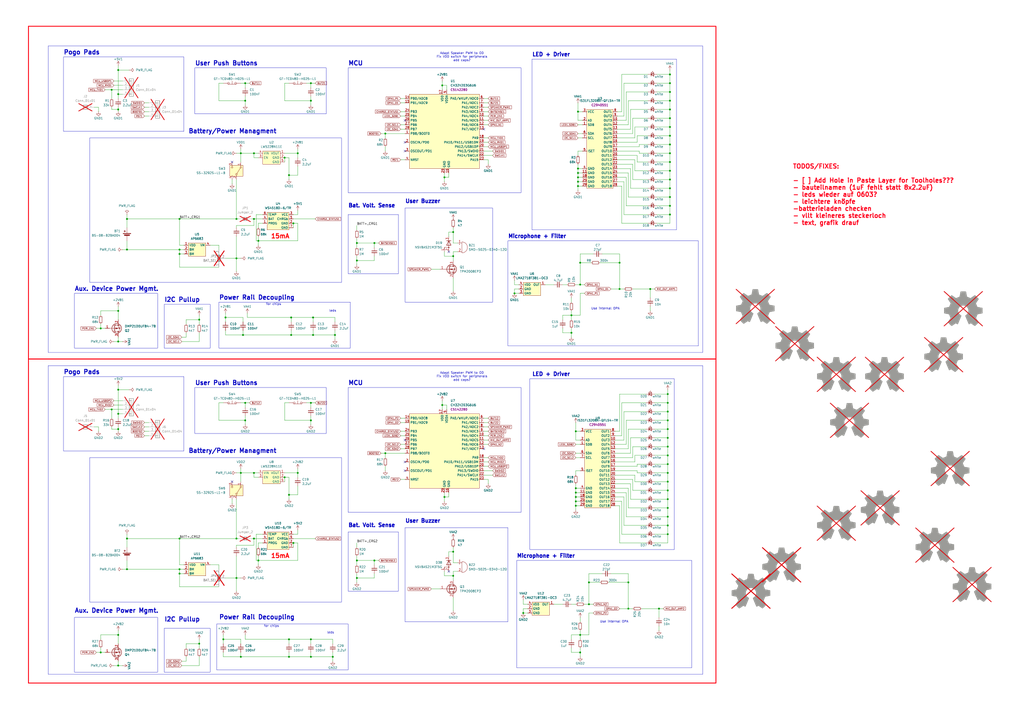
<source format=kicad_sch>
(kicad_sch (version 20231120) (generator "eeschema") (generator_version "8.0")
  (paper "A2")
  (title_block (title "JewelLED/LuxAura Earring (Dual PCB)") (date "2025-02-09") (rev "0.2") (company "JewelLED/LuxAura Earring"))
  (junction (at 334.01 290.83))
  (junction (at 331.47 182.88))
  (junction (at 336.55 368.3))
  (junction (at 168.91 194.31))
  (junction (at 262.89 334.01))
  (junction (at 334.01 250.19))
  (junction (at 137.16 127))
  (junction (at 180.34 48.26))
  (junction (at 137.16 149.86))
  (junction (at 104.14 127))
  (junction (at 73.66 144.78))
  (junction (at 168.91 184.15))
  (junction (at 149.86 139.7))
  (junction (at 388.62 99.06))
  (junction (at 217.17 325.12))
  (junction (at 64.77 52.07))
  (junction (at 335.28 97.79))
  (junction (at 382.27 353.06))
  (junction (at 68.58 240.03))
  (junction (at 387.35 279.4))
  (junction (at 68.58 368.3))
  (junction (at 180.34 233.68))
  (junction (at 387.35 274.32))
  (junction (at 303.53 355.6))
  (junction (at 165.1 91.44))
  (junction (at 336.55 378.46))
  (junction (at 165.1 276.86))
  (junction (at 68.58 386.08))
  (junction (at 387.35 269.24))
  (junction (at 172.72 88.9))
  (junction (at 387.35 309.88))
  (junction (at 335.28 105.41))
  (junction (at 181.61 184.15))
  (junction (at 388.62 114.3))
  (junction (at 180.34 370.84))
  (junction (at 387.35 289.56))
  (junction (at 335.28 102.87))
  (junction (at 68.58 198.12))
  (junction (at 388.62 58.42))
  (junction (at 388.62 88.9))
  (junction (at 388.62 73.66))
  (junction (at 387.35 228.6))
  (junction (at 388.62 83.82))
  (junction (at 68.58 180.34))
  (junction (at 142.24 243.84))
  (junction (at 388.62 109.22))
  (junction (at 217.17 140.97))
  (junction (at 364.49 337.82))
  (junction (at 137.16 335.28))
  (junction (at 167.64 370.84))
  (junction (at 388.62 53.34))
  (junction (at 364.49 353.06))
  (junction (at 388.62 124.46))
  (junction (at 388.62 93.98))
  (junction (at 115.57 373.38))
  (junction (at 387.35 259.08))
  (junction (at 142.24 58.42))
  (junction (at 104.14 312.42))
  (junction (at 341.63 337.82))
  (junction (at 388.62 119.38))
  (junction (at 139.7 381))
  (junction (at 68.58 63.5))
  (junction (at 172.72 274.32))
  (junction (at 139.7 88.9))
  (junction (at 387.35 294.64))
  (junction (at 104.14 330.2))
  (junction (at 262.89 320.04))
  (junction (at 335.28 100.33))
  (junction (at 194.31 194.31))
  (junction (at 147.32 88.9))
  (junction (at 387.35 254))
  (junction (at 170.18 129.54))
  (junction (at 359.41 167.64))
  (junction (at 147.32 312.42))
  (junction (at 139.7 274.32))
  (junction (at 387.35 264.16))
  (junction (at 388.62 78.74))
  (junction (at 147.32 274.32))
  (junction (at 388.62 43.18))
  (junction (at 64.77 237.49))
  (junction (at 388.62 68.58))
  (junction (at 58.42 190.5))
  (junction (at 68.58 54.61))
  (junction (at 207.01 325.12))
  (junction (at 331.47 193.04))
  (junction (at 298.45 170.18))
  (junction (at 387.35 304.8))
  (junction (at 336.55 152.4))
  (junction (at 180.34 58.42))
  (junction (at 223.52 77.47))
  (junction (at 104.14 332.74))
  (junction (at 257.81 102.87))
  (junction (at 207.01 140.97))
  (junction (at 387.35 284.48))
  (junction (at 181.61 194.31))
  (junction (at 223.52 262.89))
  (junction (at 170.18 314.96))
  (junction (at 140.97 194.31))
  (junction (at 334.01 288.29))
  (junction (at 388.62 104.14))
  (junction (at 336.55 165.1))
  (junction (at 193.04 381))
  (junction (at 335.28 64.77))
  (junction (at 334.01 293.37))
  (junction (at 388.62 48.26))
  (junction (at 257.81 288.29))
  (junction (at 334.01 285.75))
  (junction (at 387.35 238.76))
  (junction (at 149.86 325.12))
  (junction (at 334.01 283.21))
  (junction (at 180.34 243.84))
  (junction (at 73.66 127))
  (junction (at 387.35 248.92))
  (junction (at 58.42 378.46))
  (junction (at 167.64 101.6))
  (junction (at 68.58 226.06))
  (junction (at 256.54 234.95))
  (junction (at 335.28 107.95))
  (junction (at 387.35 243.84))
  (junction (at 73.66 312.42))
  (junction (at 359.41 152.4))
  (junction (at 388.62 63.5))
  (junction (at 73.66 330.2))
  (junction (at 207.01 151.13))
  (junction (at 167.64 287.02))
  (junction (at 68.58 40.64))
  (junction (at 68.58 248.92))
  (junction (at 104.14 147.32))
  (junction (at 262.89 134.62))
  (junction (at 387.35 233.68))
  (junction (at 130.81 184.15))
  (junction (at 142.24 48.26))
  (junction (at 129.54 370.84))
  (junction (at 167.64 381))
  (junction (at 104.14 144.78))
  (junction (at 180.34 381))
  (junction (at 262.89 148.59))
  (junction (at 142.24 233.68))
  (junction (at 341.63 350.52))
  (junction (at 377.19 167.64))
  (junction (at 207.01 335.28))
  (junction (at 115.57 185.42))
  (junction (at 137.16 312.42))
  (junction (at 387.35 299.72))
  (junction (at 147.32 127))
  (junction (at 256.54 49.53))
  (no_connect (at 234.95 267.97))
  (no_connect (at 280.67 260.35))
  (no_connect (at 234.95 82.55))
  (no_connect (at 234.95 69.85))
  (no_connect (at 260.35 331.47))
  (no_connect (at 134.62 279.4))
  (no_connect (at 234.95 273.05))
  (no_connect (at 234.95 255.27))
  (no_connect (at 134.62 93.98))
  (no_connect (at 234.95 87.63))
  (no_connect (at 280.67 74.93))
  (no_connect (at 260.35 146.05))
  (wire (pts (xy 280.67 69.85) (xy 283.21 69.85)))
  (wire (pts (xy 280.67 80.01) (xy 283.21 80.01)))
  (wire (pts (xy 257.81 102.87) (xy 257.81 105.41)))
  (wire (pts (xy 364.49 248.92) (xy 374.65 248.92)))
  (wire (pts (xy 303.53 355.6) (xy 303.53 353.06)))
  (wire (pts (xy 137.16 149.86) (xy 130.81 149.86)))
  (wire (pts (xy 105.41 195.58) (xy 107.95 195.58)))
  (wire (pts (xy 358.14 72.39) (xy 364.49 72.39)))
  (wire (pts (xy 83.82 62.23) (xy 86.36 62.23)))
  (wire (pts (xy 388.62 43.18) (xy 388.62 48.26)))
  (wire (pts (xy 232.41 278.13) (xy 234.95 278.13)))
  (wire (pts (xy 146.05 312.42) (xy 147.32 312.42)))
  (wire (pts (xy 361.95 288.29) (xy 361.95 304.8)))
  (wire (pts (xy 364.49 353.06) (xy 367.03 353.06)))
  (wire (pts (xy 256.54 46.99) (xy 256.54 49.53)))
  (wire (pts (xy 180.34 370.84) (xy 180.34 373.38)))
  (wire (pts (xy 149.86 325.12) (xy 148.59 325.12)))
  (wire (pts (xy 58.42 190.5) (xy 60.96 190.5)))
  (wire (pts (xy 335.28 102.87) (xy 337.82 102.87)))
  (wire (pts (xy 379.73 289.56) (xy 387.35 289.56)))
  (wire (pts (xy 262.89 161.29) (xy 262.89 168.91)))
  (wire (pts (xy 379.73 279.4) (xy 387.35 279.4)))
  (wire (pts (xy 316.23 165.1) (xy 321.31 165.1)))
  (wire (pts (xy 358.14 74.93) (xy 365.76 74.93)))
  (wire (pts (xy 361.95 105.41) (xy 361.95 124.46)))
  (wire (pts (xy 388.62 68.58) (xy 388.62 73.66)))
  (wire (pts (xy 139.7 271.78) (xy 139.7 274.32)))
  (wire (pts (xy 336.55 368.3) (xy 336.55 370.84)))
  (wire (pts (xy 379.73 274.32) (xy 387.35 274.32)))
  (wire (pts (xy 257.81 288.29) (xy 260.35 288.29)))
  (wire (pts (xy 142.24 370.84) (xy 167.64 370.84)))
  (wire (pts (xy 334.01 275.59) (xy 334.01 273.05)))
  (wire (pts (xy 142.24 58.42) (xy 142.24 60.96)))
  (wire (pts (xy 55.88 378.46) (xy 58.42 378.46)))
  (wire (pts (xy 367.03 95.25) (xy 358.14 95.25)))
  (wire (pts (xy 334.01 255.27) (xy 334.01 250.19)))
  (wire (pts (xy 283.21 92.71) (xy 283.21 95.25)))
  (wire (pts (xy 336.55 368.3) (xy 341.63 368.3)))
  (wire (pts (xy 177.8 48.26) (xy 180.34 48.26)))
  (wire (pts (xy 388.62 48.26) (xy 388.62 53.34)))
  (wire (pts (xy 356.87 262.89) (xy 365.76 262.89)))
  (wire (pts (xy 137.16 137.16) (xy 137.16 149.86)))
  (wire (pts (xy 359.41 147.32) (xy 359.41 152.4)))
  (wire (pts (xy 142.24 243.84) (xy 142.24 246.38)))
  (wire (pts (xy 367.03 104.14) (xy 367.03 95.25)))
  (wire (pts (xy 55.88 190.5) (xy 58.42 190.5)))
  (wire (pts (xy 375.92 93.98) (xy 369.57 93.98)))
  (wire (pts (xy 83.82 64.77) (xy 86.36 64.77)))
  (wire (pts (xy 193.04 381) (xy 193.04 383.54)))
  (wire (pts (xy 370.84 87.63) (xy 370.84 88.9)))
  (wire (pts (xy 172.72 88.9) (xy 165.1 88.9)))
  (wire (pts (xy 232.41 260.35) (xy 234.95 260.35)))
  (wire (pts (xy 232.41 57.15) (xy 234.95 57.15)))
  (wire (pts (xy 262.89 331.47) (xy 265.43 331.47)))
  (wire (pts (xy 170.18 127) (xy 182.88 127)))
  (wire (pts (xy 341.63 368.3) (xy 341.63 355.6)))
  (wire (pts (xy 260.35 320.04) (xy 262.89 320.04)))
  (wire (pts (xy 349.25 332.74) (xy 341.63 332.74)))
  (wire (pts (xy 379.73 264.16) (xy 387.35 264.16)))
  (wire (pts (xy 137.16 88.9) (xy 139.7 88.9)))
  (wire (pts (xy 370.84 88.9) (xy 375.92 88.9)))
  (wire (pts (xy 360.68 43.18) (xy 360.68 64.77)))
  (wire (pts (xy 259.08 49.53) (xy 259.08 52.07)))
  (wire (pts (xy 207.01 130.81) (xy 207.01 133.35)))
  (wire (pts (xy 68.58 242.57) (xy 68.58 240.03)))
  (wire (pts (xy 172.72 271.78) (xy 172.72 274.32)))
  (wire (pts (xy 142.24 55.88) (xy 142.24 58.42)))
  (wire (pts (xy 104.14 332.74) (xy 106.68 332.74)))
  (wire (pts (xy 387.35 274.32) (xy 387.35 279.4)))
  (wire (pts (xy 356.87 278.13) (xy 367.03 278.13)))
  (wire (pts (xy 388.62 88.9) (xy 388.62 93.98)))
  (wire (pts (xy 207.01 151.13) (xy 217.17 151.13)))
  (wire (pts (xy 280.67 72.39) (xy 283.21 72.39)))
  (wire (pts (xy 336.55 255.27) (xy 334.01 255.27)))
  (wire (pts (xy 379.73 299.72) (xy 387.35 299.72)))
  (wire (pts (xy 381 53.34) (xy 388.62 53.34)))
  (wire (pts (xy 381 73.66) (xy 388.62 73.66)))
  (wire (pts (xy 57.15 250.19) (xy 57.15 247.65)))
  (wire (pts (xy 336.55 147.32) (xy 336.55 152.4)))
  (wire (pts (xy 359.41 293.37) (xy 356.87 293.37)))
  (wire (pts (xy 60.96 52.07) (xy 64.77 52.07)))
  (wire (pts (xy 379.73 248.92) (xy 387.35 248.92)))
  (wire (pts (xy 344.17 147.32) (xy 336.55 147.32)))
  (wire (pts (xy 381 124.46) (xy 388.62 124.46)))
  (wire (pts (xy 388.62 93.98) (xy 388.62 99.06)))
  (wire (pts (xy 334.01 165.1) (xy 336.55 165.1)))
  (wire (pts (xy 356.87 260.35) (xy 364.49 260.35)))
  (wire (pts (xy 194.31 184.15) (xy 194.31 186.69)))
  (wire (pts (xy 73.66 144.78) (xy 104.14 144.78)))
  (wire (pts (xy 387.35 294.64) (xy 387.35 299.72)))
  (wire (pts (xy 331.47 193.04) (xy 331.47 195.58)))
  (wire (pts (xy 207.01 335.28) (xy 217.17 335.28)))
  (wire (pts (xy 167.64 287.02) (xy 172.72 287.02)))
  (wire (pts (xy 388.62 58.42) (xy 388.62 63.5)))
  (wire (pts (xy 106.68 327.66) (xy 104.14 327.66)))
  (wire (pts (xy 326.39 165.1) (xy 328.93 165.1)))
  (wire (pts (xy 64.77 237.49) (xy 71.12 237.49)))
  (wire (pts (xy 363.22 69.85) (xy 363.22 53.34)))
  (wire (pts (xy 104.14 330.2) (xy 106.68 330.2)))
  (wire (pts (xy 104.14 144.78) (xy 106.68 144.78)))
  (wire (pts (xy 129.54 48.26) (xy 127 48.26)))
  (wire (pts (xy 363.22 285.75) (xy 356.87 285.75)))
  (wire (pts (xy 71.12 330.2) (xy 73.66 330.2)))
  (wire (pts (xy 149.86 139.7) (xy 149.86 142.24)))
  (wire (pts (xy 180.34 241.3) (xy 180.34 243.84)))
  (wire (pts (xy 298.45 167.64) (xy 300.99 167.64)))
  (wire (pts (xy 379.73 294.64) (xy 387.35 294.64)))
  (wire (pts (xy 379.73 309.88) (xy 387.35 309.88)))
  (wire (pts (xy 104.14 312.42) (xy 137.16 312.42)))
  (wire (pts (xy 381 99.06) (xy 388.62 99.06)))
  (wire (pts (xy 149.86 137.16) (xy 149.86 139.7)))
  (wire (pts (xy 303.53 350.52) (xy 306.07 350.52)))
  (wire (pts (xy 232.41 67.31) (xy 234.95 67.31)))
  (wire (pts (xy 334.01 290.83) (xy 336.55 290.83)))
  (wire (pts (xy 149.86 322.58) (xy 149.86 325.12)))
  (wire (pts (xy 334.01 262.89) (xy 336.55 262.89)))
  (wire (pts (xy 68.58 226.06) (xy 68.58 240.03)))
  (wire (pts (xy 365.76 262.89) (xy 365.76 254)))
  (wire (pts (xy 369.57 273.05) (xy 369.57 274.32)))
  (wire (pts (xy 137.16 316.23) (xy 137.16 317.5)))
  (wire (pts (xy 107.95 373.38) (xy 107.95 375.92)))
  (wire (pts (xy 356.87 257.81) (xy 363.22 257.81)))
  (wire (pts (xy 104.14 332.74) (xy 104.14 330.2)))
  (wire (pts (xy 336.55 165.1) (xy 339.09 165.1)))
  (wire (pts (xy 359.41 167.64) (xy 361.95 167.64)))
  (wire (pts (xy 167.64 48.26) (xy 165.1 48.26)))
  (wire (pts (xy 341.63 337.82) (xy 341.63 350.52)))
  (wire (pts (xy 379.73 269.24) (xy 387.35 269.24)))
  (wire (pts (xy 280.67 267.97) (xy 283.21 267.97)))
  (wire (pts (xy 381 104.14) (xy 388.62 104.14)))
  (wire (pts (xy 256.54 234.95) (xy 256.54 237.49)))
  (wire (pts (xy 364.49 332.74) (xy 364.49 337.82)))
  (wire (pts (xy 358.14 97.79) (xy 365.76 97.79)))
  (wire (pts (xy 334.01 285.75) (xy 334.01 283.21)))
  (wire (pts (xy 256.54 49.53) (xy 259.08 49.53)))
  (wire (pts (xy 115.57 198.12) (xy 115.57 193.04)))
  (wire (pts (xy 364.49 114.3) (xy 364.49 100.33)))
  (wire (pts (xy 381 93.98) (xy 388.62 93.98)))
  (wire (pts (xy 217.17 151.13) (xy 217.17 148.59)))
  (wire (pts (xy 234.95 64.77) (xy 232.41 64.77)))
  (wire (pts (xy 223.52 270.51) (xy 223.52 273.05)))
  (wire (pts (xy 335.28 107.95) (xy 335.28 105.41)))
  (wire (pts (xy 71.12 386.08) (xy 68.58 386.08)))
  (wire (pts (xy 331.47 350.52) (xy 334.01 350.52)))
  (wire (pts (xy 336.55 358.14) (xy 336.55 360.68)))
  (wire (pts (xy 335.28 77.47) (xy 337.82 77.47)))
  (wire (pts (xy 143.51 184.15) (xy 168.91 184.15)))
  (wire (pts (xy 358.14 87.63) (xy 370.84 87.63)))
  (wire (pts (xy 387.35 259.08) (xy 387.35 264.16)))
  (wire (pts (xy 232.41 59.69) (xy 234.95 59.69)))
  (wire (pts (xy 180.34 381) (xy 193.04 381)))
  (wire (pts (xy 388.62 53.34) (xy 388.62 58.42)))
  (wire (pts (xy 331.47 182.88) (xy 331.47 185.42)))
  (wire (pts (xy 121.92 327.66) (xy 127 327.66)))
  (wire (pts (xy 107.95 383.54) (xy 107.95 381)))
  (wire (pts (xy 369.57 82.55) (xy 369.57 78.74)))
  (wire (pts (xy 370.84 83.82) (xy 375.92 83.82)))
  (wire (pts (xy 146.05 127) (xy 147.32 127)))
  (wire (pts (xy 377.19 172.72) (xy 377.19 167.64)))
  (wire (pts (xy 341.63 332.74) (xy 341.63 337.82)))
  (wire (pts (xy 148.59 309.88) (xy 152.4 309.88)))
  (wire (pts (xy 149.86 129.54) (xy 152.4 129.54)))
  (wire (pts (xy 303.53 353.06) (xy 306.07 353.06)))
  (wire (pts (xy 73.66 127) (xy 104.14 127)))
  (wire (pts (xy 331.47 193.04) (xy 326.39 193.04)))
  (wire (pts (xy 104.14 127) (xy 104.14 142.24)))
  (wire (pts (xy 142.24 233.68) (xy 142.24 236.22)))
  (wire (pts (xy 361.95 48.26) (xy 375.92 48.26)))
  (wire (pts (xy 360.68 129.54) (xy 360.68 107.95)))
  (wire (pts (xy 321.31 350.52) (xy 326.39 350.52)))
  (wire (pts (xy 381 68.58) (xy 388.62 68.58)))
  (wire (pts (xy 207.01 325.12) (xy 217.17 325.12)))
  (wire (pts (xy 381 119.38) (xy 388.62 119.38)))
  (wire (pts (xy 57.15 62.23) (xy 54.61 62.23)))
  (wire (pts (xy 68.58 62.23) (xy 68.58 63.5)))
  (wire (pts (xy 388.62 109.22) (xy 388.62 114.3)))
  (wire (pts (xy 105.41 383.54) (xy 107.95 383.54)))
  (wire (pts (xy 106.68 142.24) (xy 104.14 142.24)))
  (wire (pts (xy 148.59 124.46) (xy 152.4 124.46)))
  (wire (pts (xy 364.49 58.42) (xy 375.92 58.42)))
  (wire (pts (xy 331.47 378.46) (xy 331.47 375.92)))
  (wire (pts (xy 129.54 233.68) (xy 127 233.68)))
  (wire (pts (xy 335.28 110.49) (xy 335.28 107.95)))
  (wire (pts (xy 280.67 257.81) (xy 283.21 257.81)))
  (wire (pts (xy 193.04 370.84) (xy 193.04 373.38)))
  (wire (pts (xy 359.41 228.6) (xy 359.41 250.19)))
  (wire (pts (xy 280.67 247.65) (xy 283.21 247.65)))
  (wire (pts (xy 260.35 134.62) (xy 262.89 134.62)))
  (wire (pts (xy 107.95 185.42) (xy 107.95 187.96)))
  (wire (pts (xy 83.82 67.31) (xy 86.36 67.31)))
  (wire (pts (xy 115.57 386.08) (xy 115.57 381)))
  (wire (pts (xy 262.89 146.05) (xy 265.43 146.05)))
  (wire (pts (xy 336.55 375.92) (xy 336.55 378.46)))
  (wire (pts (xy 280.67 265.43) (xy 283.21 265.43)))
  (wire (pts (xy 367.03 284.48) (xy 374.65 284.48)))
  (wire (pts (xy 365.76 254) (xy 374.65 254)))
  (wire (pts (xy 147.32 316.23) (xy 137.16 316.23)))
  (wire (pts (xy 147.32 274.32) (xy 139.7 274.32)))
  (wire (pts (xy 359.41 152.4) (xy 347.98 152.4)))
  (wire (pts (xy 139.7 381) (xy 167.64 381)))
  (wire (pts (xy 334.01 288.29) (xy 336.55 288.29)))
  (wire (pts (xy 68.58 226.06) (xy 74.93 226.06)))
  (wire (pts (xy 207.01 322.58) (xy 207.01 325.12)))
  (wire (pts (xy 387.35 279.4) (xy 387.35 284.48)))
  (wire (pts (xy 104.14 154.94) (xy 127 154.94)))
  (wire (pts (xy 172.72 101.6) (xy 172.72 96.52)))
  (wire (pts (xy 172.72 325.12) (xy 172.72 314.96)))
  (wire (pts (xy 168.91 194.31) (xy 168.91 191.77)))
  (wire (pts (xy 388.62 40.64) (xy 388.62 43.18)))
  (wire (pts (xy 388.62 99.06) (xy 388.62 104.14)))
  (wire (pts (xy 139.7 149.86) (xy 137.16 149.86)))
  (wire (pts (xy 149.86 88.9) (xy 147.32 88.9)))
  (wire (pts (xy 223.52 77.47) (xy 223.52 80.01)))
  (wire (pts (xy 257.81 334.01) (xy 262.89 334.01)))
  (wire (pts (xy 349.25 147.32) (xy 359.41 147.32)))
  (wire (pts (xy 194.31 194.31) (xy 194.31 196.85)))
  (wire (pts (xy 381 58.42) (xy 388.62 58.42)))
  (wire (pts (xy 335.28 100.33) (xy 337.82 100.33)))
  (wire (pts (xy 130.81 181.61) (xy 130.81 184.15)))
  (wire (pts (xy 331.47 182.88) (xy 336.55 182.88)))
  (wire (pts (xy 104.14 340.36) (xy 127 340.36)))
  (wire (pts (xy 71.12 144.78) (xy 73.66 144.78)))
  (wire (pts (xy 335.28 105.41) (xy 335.28 102.87)))
  (wire (pts (xy 334.01 245.11) (xy 334.01 250.19)))
  (wire (pts (xy 220.98 262.89) (xy 223.52 262.89)))
  (wire (pts (xy 180.34 243.84) (xy 180.34 246.38)))
  (wire (pts (xy 334.01 293.37) (xy 336.55 293.37)))
  (wire (pts (xy 68.58 40.64) (xy 74.93 40.64)))
  (wire (pts (xy 379.73 304.8) (xy 387.35 304.8)))
  (wire (pts (xy 280.67 270.51) (xy 283.21 270.51)))
  (wire (pts (xy 387.35 304.8) (xy 387.35 309.88)))
  (wire (pts (xy 298.45 170.18) (xy 298.45 167.64)))
  (wire (pts (xy 365.76 280.67) (xy 356.87 280.67)))
  (wire (pts (xy 363.22 257.81) (xy 363.22 243.84)))
  (wire (pts (xy 134.62 104.14) (xy 134.62 106.68)))
  (wire (pts (xy 217.17 335.28) (xy 217.17 332.74)))
  (wire (pts (xy 369.57 274.32) (xy 374.65 274.32)))
  (wire (pts (xy 68.58 54.61) (xy 71.12 54.61)))
  (wire (pts (xy 217.17 327.66) (xy 217.17 325.12)))
  (wire (pts (xy 139.7 373.38) (xy 139.7 370.84)))
  (wire (pts (xy 167.64 233.68) (xy 165.1 233.68)))
  (wire (pts (xy 127 48.26) (xy 127 58.42)))
  (wire (pts (xy 298.45 170.18) (xy 300.99 170.18)))
  (wire (pts (xy 127 327.66) (xy 127 330.2)))
  (wire (pts (xy 367.03 278.13) (xy 367.03 284.48)))
  (wire (pts (xy 335.28 100.33) (xy 335.28 97.79)))
  (wire (pts (xy 149.86 325.12) (xy 172.72 325.12)))
  (wire (pts (xy 334.01 257.81) (xy 336.55 257.81)))
  (wire (pts (xy 181.61 184.15) (xy 181.61 186.69)))
  (wire (pts (xy 105.41 198.12) (xy 115.57 198.12)))
  (wire (pts (xy 172.72 121.92) (xy 172.72 124.46)))
  (wire (pts (xy 140.97 191.77) (xy 140.97 194.31)))
  (wire (pts (xy 168.91 184.15) (xy 168.91 186.69)))
  (wire (pts (xy 377.19 177.8) (xy 377.19 180.34)))
  (wire (pts (xy 260.35 322.58) (xy 260.35 320.04)))
  (wire (pts (xy 367.03 167.64) (xy 377.19 167.64)))
  (wire (pts (xy 83.82 252.73) (xy 86.36 252.73)))
  (wire (pts (xy 180.34 55.88) (xy 180.34 58.42)))
  (wire (pts (xy 207.01 151.13) (xy 207.01 153.67)))
  (wire (pts (xy 58.42 187.96) (xy 58.42 190.5)))
  (wire (pts (xy 167.64 91.44) (xy 165.1 91.44)))
  (wire (pts (xy 167.64 370.84) (xy 180.34 370.84)))
  (wire (pts (xy 388.62 124.46) (xy 388.62 129.54)))
  (wire (pts (xy 262.89 320.04) (xy 262.89 326.39)))
  (wire (pts (xy 280.67 245.11) (xy 283.21 245.11)))
  (wire (pts (xy 381 48.26) (xy 388.62 48.26)))
  (wire (pts (xy 359.41 167.64) (xy 359.41 152.4)))
  (wire (pts (xy 147.32 127) (xy 152.4 127)))
  (wire (pts (xy 382.27 353.06) (xy 384.81 353.06)))
  (wire (pts (xy 387.35 248.92) (xy 387.35 254)))
  (wire (pts (xy 356.87 270.51) (xy 369.57 270.51)))
  (wire (pts (xy 172.72 309.88) (xy 170.18 309.88)))
  (wire (pts (xy 223.52 77.47) (xy 234.95 77.47)))
  (wire (pts (xy 107.95 195.58) (xy 107.95 193.04)))
  (wire (pts (xy 387.35 264.16) (xy 387.35 269.24)))
  (wire (pts (xy 331.47 190.5) (xy 331.47 193.04)))
  (wire (pts (xy 256.54 234.95) (xy 259.08 234.95)))
  (wire (pts (xy 381 43.18) (xy 388.62 43.18)))
  (wire (pts (xy 280.67 59.69) (xy 283.21 59.69)))
  (wire (pts (xy 147.32 88.9) (xy 147.32 91.44)))
  (wire (pts (xy 223.52 262.89) (xy 234.95 262.89)))
  (wire (pts (xy 337.82 69.85) (xy 335.28 69.85)))
  (wire (pts (xy 139.7 370.84) (xy 129.54 370.84)))
  (wire (pts (xy 180.34 48.26) (xy 182.88 48.26)))
  (wire (pts (xy 129.54 381) (xy 139.7 381)))
  (wire (pts (xy 356.87 252.73) (xy 360.68 252.73)))
  (wire (pts (xy 68.58 180.34) (xy 68.58 185.42)))
  (wire (pts (xy 149.86 132.08) (xy 149.86 129.54)))
  (wire (pts (xy 172.72 91.44) (xy 172.72 88.9)))
  (wire (pts (xy 360.68 107.95) (xy 358.14 107.95)))
  (wire (pts (xy 262.89 134.62) (xy 262.89 140.97)))
  (wire (pts (xy 381 83.82) (xy 388.62 83.82)))
  (wire (pts (xy 365.76 74.93) (xy 365.76 63.5)))
  (wire (pts (xy 358.14 67.31) (xy 361.95 67.31)))
  (wire (pts (xy 335.28 107.95) (xy 337.82 107.95)))
  (wire (pts (xy 379.73 284.48) (xy 387.35 284.48)))
  (wire (pts (xy 137.16 335.28) (xy 130.81 335.28)))
  (wire (pts (xy 379.73 233.68) (xy 387.35 233.68)))
  (wire (pts (xy 140.97 194.31) (xy 168.91 194.31)))
  (wire (pts (xy 387.35 314.96) (xy 379.73 314.96)))
  (wire (pts (xy 262.89 317.5) (xy 262.89 320.04)))
  (wire (pts (xy 262.89 132.08) (xy 262.89 134.62)))
  (wire (pts (xy 265.43 326.39) (xy 262.89 326.39)))
  (wire (pts (xy 257.81 285.75) (xy 257.81 288.29)))
  (wire (pts (xy 379.73 243.84) (xy 387.35 243.84)))
  (wire (pts (xy 369.57 90.17) (xy 358.14 90.17)))
  (wire (pts (xy 387.35 254) (xy 387.35 259.08)))
  (wire (pts (xy 60.96 237.49) (xy 64.77 237.49)))
  (wire (pts (xy 149.86 325.12) (xy 149.86 327.66)))
  (wire (pts (xy 250.19 341.63) (xy 255.27 341.63)))
  (wire (pts (xy 334.01 250.19) (xy 336.55 250.19)))
  (wire (pts (xy 58.42 370.84) (xy 58.42 368.3)))
  (wire (pts (xy 105.41 386.08) (xy 115.57 386.08)))
  (wire (pts (xy 374.65 279.4) (xy 368.3 279.4)))
  (wire (pts (xy 64.77 52.07) (xy 64.77 57.15)))
  (wire (pts (xy 280.67 275.59) (xy 285.75 275.59)))
  (wire (pts (xy 180.34 378.46) (xy 180.34 381)))
  (wire (pts (xy 64.77 62.23) (xy 64.77 63.5)))
  (wire (pts (xy 139.7 274.32) (xy 139.7 279.4)))
  (wire (pts (xy 387.35 269.24) (xy 387.35 274.32)))
  (wire (pts (xy 372.11 353.06) (xy 382.27 353.06)))
  (wire (pts (xy 334.01 265.43) (xy 336.55 265.43)))
  (wire (pts (xy 167.64 101.6) (xy 172.72 101.6)))
  (wire (pts (xy 303.53 355.6) (xy 306.07 355.6)))
  (wire (pts (xy 137.16 104.14) (xy 137.16 127)))
  (wire (pts (xy 368.3 279.4) (xy 368.3 275.59)))
  (wire (pts (xy 388.62 119.38) (xy 388.62 124.46)))
  (wire (pts (xy 207.01 138.43) (xy 207.01 140.97)))
  (wire (pts (xy 232.41 72.39) (xy 234.95 72.39)))
  (wire (pts (xy 339.09 350.52) (xy 341.63 350.52)))
  (wire (pts (xy 367.03 68.58) (xy 375.92 68.58)))
  (wire (pts (xy 139.7 378.46) (xy 139.7 381)))
  (wire (pts (xy 256.54 49.53) (xy 256.54 52.07)))
  (wire (pts (xy 335.28 72.39) (xy 337.82 72.39)))
  (wire (pts (xy 149.86 139.7) (xy 172.72 139.7)))
  (wire (pts (xy 140.97 184.15) (xy 130.81 184.15)))
  (wire (pts (xy 68.58 57.15) (xy 68.58 54.61)))
  (wire (pts (xy 167.64 104.14) (xy 167.64 101.6)))
  (wire (pts (xy 147.32 88.9) (xy 139.7 88.9)))
  (wire (pts (xy 363.22 299.72) (xy 363.22 285.75)))
  (wire (pts (xy 220.98 77.47) (xy 223.52 77.47)))
  (wire (pts (xy 364.49 283.21) (xy 364.49 294.64)))
  (wire (pts (xy 365.76 63.5) (xy 375.92 63.5)))
  (wire (pts (xy 334.01 293.37) (xy 334.01 290.83)))
  (wire (pts (xy 137.16 289.56) (xy 137.16 312.42)))
  (wire (pts (xy 83.82 247.65) (xy 86.36 247.65)))
  (wire (pts (xy 193.04 381) (xy 193.04 378.46)))
  (wire (pts (xy 172.72 287.02) (xy 172.72 281.94)))
  (wire (pts (xy 361.95 124.46) (xy 375.92 124.46)))
  (wire (pts (xy 86.36 59.69) (xy 83.82 59.69)))
  (wire (pts (xy 142.24 48.26) (xy 144.78 48.26)))
  (wire (pts (xy 359.41 250.19) (xy 356.87 250.19)))
  (wire (pts (xy 335.28 95.25) (xy 335.28 97.79)))
  (wire (pts (xy 130.81 191.77) (xy 130.81 194.31)))
  (wire (pts (xy 342.9 152.4) (xy 336.55 152.4)))
  (wire (pts (xy 104.14 147.32) (xy 106.68 147.32)))
  (wire (pts (xy 363.22 119.38) (xy 375.92 119.38)))
  (wire (pts (xy 57.15 247.65) (xy 54.61 247.65)))
  (wire (pts (xy 223.52 85.09) (xy 223.52 87.63)))
  (wire (pts (xy 358.14 105.41) (xy 361.95 105.41)))
  (wire (pts (xy 83.82 250.19) (xy 86.36 250.19)))
  (wire (pts (xy 68.58 198.12) (xy 68.58 195.58)))
  (wire (pts (xy 223.52 262.89) (xy 223.52 265.43)))
  (wire (pts (xy 280.67 82.55) (xy 283.21 82.55)))
  (wire (pts (xy 207.01 148.59) (xy 207.01 151.13)))
  (wire (pts (xy 336.55 170.18) (xy 339.09 170.18)))
  (wire (pts (xy 68.58 63.5) (xy 68.58 64.77)))
  (wire (pts (xy 137.16 149.86) (xy 137.16 157.48)))
  (wire (pts (xy 58.42 182.88) (xy 58.42 180.34)))
  (wire (pts (xy 379.73 254) (xy 387.35 254)))
  (wire (pts (xy 341.63 337.82) (xy 347.98 337.82)))
  (wire (pts (xy 361.95 255.27) (xy 361.95 238.76)))
  (wire (pts (xy 336.55 182.88) (xy 336.55 170.18)))
  (wire (pts (xy 167.64 287.02) (xy 167.64 276.86)))
  (wire (pts (xy 142.24 48.26) (xy 142.24 50.8)))
  (wire (pts (xy 341.63 350.52) (xy 344.17 350.52)))
  (wire (pts (xy 364.49 72.39) (xy 364.49 58.42)))
  (wire (pts (xy 359.41 353.06) (xy 364.49 353.06)))
  (wire (pts (xy 172.72 139.7) (xy 172.72 129.54)))
  (wire (pts (xy 180.34 58.42) (xy 180.34 60.96)))
  (wire (pts (xy 149.86 314.96) (xy 152.4 314.96)))
  (wire (pts (xy 298.45 165.1) (xy 300.99 165.1)))
  (wire (pts (xy 71.12 198.12) (xy 68.58 198.12)))
  (wire (pts (xy 172.72 314.96) (xy 170.18 314.96)))
  (wire (pts (xy 381 88.9) (xy 388.62 88.9)))
  (wire (pts (xy 364.49 294.64) (xy 374.65 294.64)))
  (wire (pts (xy 207.01 332.74) (xy 207.01 335.28)))
  (wire (pts (xy 382.27 358.14) (xy 382.27 353.06)))
  (wire (pts (xy 379.73 259.08) (xy 387.35 259.08)))
  (wire (pts (xy 58.42 368.3) (xy 68.58 368.3)))
  (wire (pts (xy 335.28 87.63) (xy 337.82 87.63)))
  (wire (pts (xy 139.7 335.28) (xy 137.16 335.28)))
  (wire (pts (xy 207.01 314.96) (xy 207.01 317.5)))
  (wire (pts (xy 388.62 114.3) (xy 388.62 119.38)))
  (wire (pts (xy 172.72 274.32) (xy 165.1 274.32)))
  (wire (pts (xy 367.03 77.47) (xy 367.03 68.58)))
  (wire (pts (xy 326.39 193.04) (xy 326.39 190.5)))
  (wire (pts (xy 368.3 73.66) (xy 368.3 80.01)))
  (wire (pts (xy 232.41 74.93) (xy 234.95 74.93)))
  (wire (pts (xy 115.57 370.84) (xy 115.57 373.38)))
  (wire (pts (xy 387.35 309.88) (xy 387.35 314.96)))
  (wire (pts (xy 388.62 104.14) (xy 388.62 109.22)))
  (wire (pts (xy 365.76 109.22) (xy 375.92 109.22)))
  (wire (pts (xy 335.28 64.77) (xy 337.82 64.77)))
  (wire (pts (xy 388.62 83.82) (xy 388.62 88.9)))
  (wire (pts (xy 334.01 295.91) (xy 334.01 293.37)))
  (wire (pts (xy 73.66 309.88) (xy 73.66 312.42)))
  (wire (pts (xy 259.08 234.95) (xy 259.08 237.49)))
  (wire (pts (xy 180.34 233.68) (xy 182.88 233.68)))
  (wire (pts (xy 181.61 191.77) (xy 181.61 194.31)))
  (wire (pts (xy 374.65 259.08) (xy 367.03 259.08)))
  (wire (pts (xy 364.49 100.33) (xy 358.14 100.33)))
  (wire (pts (xy 260.35 288.29) (xy 260.35 285.75)))
  (wire (pts (xy 360.68 309.88) (xy 374.65 309.88)))
  (wire (pts (xy 130.81 194.31) (xy 140.97 194.31)))
  (wire (pts (xy 148.59 325.12) (xy 148.59 309.88)))
  (wire (pts (xy 382.27 363.22) (xy 382.27 365.76)))
  (wire (pts (xy 356.87 283.21) (xy 364.49 283.21)))
  (wire (pts (xy 363.22 243.84) (xy 374.65 243.84)))
  (wire (pts (xy 167.64 101.6) (xy 167.64 91.44)))
  (wire (pts (xy 363.22 53.34) (xy 375.92 53.34)))
  (wire (pts (xy 147.32 127) (xy 147.32 130.81)))
  (wire (pts (xy 68.58 386.08) (xy 68.58 383.54)))
  (wire (pts (xy 58.42 180.34) (xy 68.58 180.34)))
  (wire (pts (xy 381 78.74) (xy 388.62 78.74)))
  (wire (pts (xy 358.14 69.85) (xy 363.22 69.85)))
  (wire (pts (xy 137.16 274.32) (xy 139.7 274.32)))
  (wire (pts (xy 370.84 85.09) (xy 370.84 83.82)))
  (wire (pts (xy 172.72 86.36) (xy 172.72 88.9)))
  (wire (pts (xy 147.32 312.42) (xy 152.4 312.42)))
  (wire (pts (xy 64.77 52.07) (xy 71.12 52.07)))
  (wire (pts (xy 334.01 288.29) (xy 334.01 285.75)))
  (wire (pts (xy 181.61 194.31) (xy 194.31 194.31)))
  (wire (pts (xy 172.72 124.46) (xy 170.18 124.46)))
  (wire (pts (xy 326.39 185.42) (xy 326.39 182.88)))
  (wire (pts (xy 181.61 184.15) (xy 194.31 184.15)))
  (wire (pts (xy 360.68 233.68) (xy 374.65 233.68)))
  (wire (pts (xy 369.57 93.98) (xy 369.57 90.17)))
  (wire (pts (xy 257.81 288.29) (xy 257.81 290.83)))
  (wire (pts (xy 73.66 124.46) (xy 73.66 127)))
  (wire (pts (xy 335.28 80.01) (xy 337.82 80.01)))
  (wire (pts (xy 335.28 90.17) (xy 335.28 87.63)))
  (wire (pts (xy 104.14 154.94) (xy 104.14 147.32)))
  (wire (pts (xy 172.72 129.54) (xy 170.18 129.54)))
  (wire (pts (xy 369.57 270.51) (xy 369.57 269.24)))
  (wire (pts (xy 336.55 365.76) (xy 336.55 368.3)))
  (wire (pts (xy 165.1 58.42) (xy 180.34 58.42)))
  (wire (pts (xy 57.15 64.77) (xy 57.15 62.23)))
  (wire (pts (xy 232.41 257.81) (xy 234.95 257.81)))
  (wire (pts (xy 165.1 233.68) (xy 165.1 243.84)))
  (wire (pts (xy 68.58 248.92) (xy 68.58 250.19)))
  (wire (pts (xy 73.66 325.12) (xy 73.66 330.2)))
  (wire (pts (xy 234.95 250.19) (xy 232.41 250.19)))
  (wire (pts (xy 232.41 245.11) (xy 234.95 245.11)))
  (wire (pts (xy 68.58 40.64) (xy 68.58 54.61)))
  (wire (pts (xy 168.91 194.31) (xy 181.61 194.31)))
  (wire (pts (xy 137.16 127) (xy 138.43 127)))
  (wire (pts (xy 129.54 378.46) (xy 129.54 381)))
  (wire (pts (xy 207.01 335.28) (xy 207.01 337.82)))
  (wire (pts (xy 129.54 370.84) (xy 129.54 373.38)))
  (wire (pts (xy 207.01 325.12) (xy 207.01 327.66)))
  (wire (pts (xy 68.58 177.8) (xy 68.58 180.34)))
  (wire (pts (xy 280.67 57.15) (xy 283.21 57.15)))
  (wire (pts (xy 356.87 273.05) (xy 369.57 273.05)))
  (wire (pts (xy 364.49 260.35) (xy 364.49 248.92)))
  (wire (pts (xy 334.01 283.21) (xy 336.55 283.21)))
  (wire (pts (xy 139.7 233.68) (xy 142.24 233.68)))
  (wire (pts (xy 334.01 285.75) (xy 336.55 285.75)))
  (wire (pts (xy 374.65 299.72) (xy 363.22 299.72)))
  (wire (pts (xy 149.86 139.7) (xy 148.59 139.7)))
  (wire (pts (xy 167.64 276.86) (xy 165.1 276.86)))
  (wire (pts (xy 73.66 127) (xy 73.66 132.08)))
  (wire (pts (xy 354.33 167.64) (xy 359.41 167.64)))
  (wire (pts (xy 262.89 346.71) (xy 262.89 354.33)))
  (wire (pts (xy 167.64 370.84) (xy 167.64 373.38)))
  (wire (pts (xy 165.1 48.26) (xy 165.1 58.42)))
  (wire (pts (xy 331.47 370.84) (xy 331.47 368.3)))
  (wire (pts (xy 381 109.22) (xy 388.62 109.22)))
  (wire (pts (xy 168.91 184.15) (xy 181.61 184.15)))
  (wire (pts (xy 232.41 242.57) (xy 234.95 242.57)))
  (wire (pts (xy 257.81 100.33) (xy 257.81 102.87)))
  (wire (pts (xy 331.47 368.3) (xy 336.55 368.3)))
  (wire (pts (xy 104.14 127) (xy 137.16 127)))
  (wire (pts (xy 283.21 278.13) (xy 283.21 280.67)))
  (wire (pts (xy 73.66 312.42) (xy 104.14 312.42)))
  (wire (pts (xy 256.54 232.41) (xy 256.54 234.95)))
  (wire (pts (xy 280.67 252.73) (xy 283.21 252.73)))
  (wire (pts (xy 298.45 162.56) (xy 298.45 165.1)))
  (wire (pts (xy 134.62 289.56) (xy 134.62 292.1)))
  (wire (pts (xy 167.64 381) (xy 180.34 381)))
  (wire (pts (xy 232.41 252.73) (xy 234.95 252.73)))
  (wire (pts (xy 139.7 88.9) (xy 139.7 93.98)))
  (wire (pts (xy 341.63 355.6) (xy 344.17 355.6)))
  (wire (pts (xy 358.14 85.09) (xy 370.84 85.09)))
  (wire (pts (xy 375.92 129.54) (xy 360.68 129.54)))
  (wire (pts (xy 375.92 114.3) (xy 364.49 114.3)))
  (wire (pts (xy 280.67 92.71) (xy 283.21 92.71)))
  (wire (pts (xy 139.7 48.26) (xy 142.24 48.26)))
  (wire (pts (xy 66.04 386.08) (xy 68.58 386.08)))
  (wire (pts (xy 280.67 62.23) (xy 283.21 62.23)))
  (wire (pts (xy 165.1 243.84) (xy 180.34 243.84)))
  (wire (pts (xy 368.3 267.97) (xy 368.3 264.16)))
  (wire (pts (xy 356.87 267.97) (xy 368.3 267.97)))
  (wire (pts (xy 356.87 288.29) (xy 361.95 288.29)))
  (wire (pts (xy 379.73 238.76) (xy 387.35 238.76)))
  (wire (pts (xy 115.57 373.38) (xy 107.95 373.38)))
  (wire (pts (xy 262.89 334.01) (xy 262.89 331.47)))
  (wire (pts (xy 360.68 252.73) (xy 360.68 233.68)))
  (wire (pts (xy 207.01 140.97) (xy 207.01 143.51)))
  (wire (pts (xy 334.01 290.83) (xy 334.01 288.29)))
  (wire (pts (xy 148.59 139.7) (xy 148.59 124.46)))
  (wire (pts (xy 377.19 167.64) (xy 379.73 167.64)))
  (wire (pts (xy 334.01 273.05) (xy 336.55 273.05)))
  (wire (pts (xy 165.1 91.44) (xy 165.1 93.98)))
  (wire (pts (xy 387.35 233.68) (xy 387.35 238.76)))
  (wire (pts (xy 149.86 317.5) (xy 149.86 314.96)))
  (wire (pts (xy 170.18 312.42) (xy 182.88 312.42)))
  (wire (pts (xy 365.76 289.56) (xy 365.76 280.67)))
  (wire (pts (xy 363.22 102.87) (xy 363.22 119.38)))
  (wire (pts (xy 364.49 337.82) (xy 353.06 337.82)))
  (wire (pts (xy 364.49 353.06) (xy 364.49 337.82)))
  (wire (pts (xy 250.19 156.21) (xy 255.27 156.21)))
  (wire (pts (xy 115.57 185.42) (xy 107.95 185.42)))
  (wire (pts (xy 142.24 233.68) (xy 144.78 233.68)))
  (wire (pts (xy 129.54 368.3) (xy 129.54 370.84)))
  (wire (pts (xy 374.65 228.6) (xy 359.41 228.6)))
  (wire (pts (xy 361.95 238.76) (xy 374.65 238.76)))
  (wire (pts (xy 374.65 289.56) (xy 365.76 289.56)))
  (wire (pts (xy 280.67 90.17) (xy 285.75 90.17)))
  (wire (pts (xy 147.32 276.86) (xy 149.86 276.86)))
  (wire (pts (xy 367.03 265.43) (xy 356.87 265.43)))
  (wire (pts (xy 147.32 91.44) (xy 149.86 91.44)))
  (wire (pts (xy 194.31 194.31) (xy 194.31 191.77)))
  (wire (pts (xy 257.81 148.59) (xy 262.89 148.59)))
  (wire (pts (xy 207.01 140.97) (xy 217.17 140.97)))
  (wire (pts (xy 104.14 312.42) (xy 104.14 327.66)))
  (wire (pts (xy 217.17 140.97) (xy 219.71 140.97)))
  (wire (pts (xy 335.28 102.87) (xy 335.28 100.33)))
  (wire (pts (xy 280.67 250.19) (xy 283.21 250.19)))
  (wire (pts (xy 365.76 97.79) (xy 365.76 109.22)))
  (wire (pts (xy 368.3 80.01) (xy 358.14 80.01)))
  (wire (pts (xy 260.35 102.87) (xy 260.35 100.33)))
  (wire (pts (xy 336.55 378.46) (xy 336.55 381)))
  (wire (pts (xy 387.35 228.6) (xy 387.35 233.68)))
  (wire (pts (xy 137.16 130.81) (xy 137.16 132.08)))
  (wire (pts (xy 335.28 105.41) (xy 337.82 105.41)))
  (wire (pts (xy 361.95 304.8) (xy 374.65 304.8)))
  (wire (pts (xy 358.14 82.55) (xy 369.57 82.55)))
  (wire (pts (xy 260.35 137.16) (xy 260.35 134.62)))
  (wire (pts (xy 280.67 64.77) (xy 283.21 64.77)))
  (wire (pts (xy 280.67 255.27) (xy 283.21 255.27)))
  (wire (pts (xy 86.36 245.11) (xy 83.82 245.11)))
  (wire (pts (xy 68.58 240.03) (xy 71.12 240.03)))
  (wire (pts (xy 143.51 181.61) (xy 143.51 184.15)))
  (wire (pts (xy 127 142.24) (xy 127 144.78)))
  (wire (pts (xy 368.3 92.71) (xy 368.3 99.06)))
  (wire (pts (xy 58.42 375.92) (xy 58.42 378.46)))
  (wire (pts (xy 137.16 322.58) (xy 137.16 335.28)))
  (wire (pts (xy 257.81 331.47) (xy 257.81 334.01)))
  (wire (pts (xy 335.28 69.85) (xy 335.28 64.77)))
  (wire (pts (xy 104.14 147.32) (xy 104.14 144.78)))
  (wire (pts (xy 167.64 289.56) (xy 167.64 287.02)))
  (wire (pts (xy 137.16 335.28) (xy 137.16 342.9)))
  (wire (pts (xy 331.47 172.72) (xy 331.47 175.26)))
  (wire (pts (xy 217.17 143.51) (xy 217.17 140.97)))
  (wire (pts (xy 104.14 340.36) (xy 104.14 332.74)))
  (wire (pts (xy 177.8 233.68) (xy 180.34 233.68)))
  (wire (pts (xy 387.35 299.72) (xy 387.35 304.8)))
  (wire (pts (xy 147.32 312.42) (xy 147.32 316.23)))
  (wire (pts (xy 387.35 243.84) (xy 387.35 248.92)))
  (wire (pts (xy 66.04 232.41) (xy 71.12 232.41)))
  (wire (pts (xy 149.86 274.32) (xy 147.32 274.32)))
  (wire (pts (xy 280.67 85.09) (xy 283.21 85.09)))
  (wire (pts (xy 66.04 46.99) (xy 71.12 46.99)))
  (wire (pts (xy 369.57 78.74) (xy 375.92 78.74)))
  (wire (pts (xy 360.68 290.83) (xy 360.68 309.88)))
  (wire (pts (xy 356.87 255.27) (xy 361.95 255.27)))
  (wire (pts (xy 361.95 67.31) (xy 361.95 48.26)))
  (wire (pts (xy 387.35 238.76) (xy 387.35 243.84)))
  (wire (pts (xy 379.73 228.6) (xy 387.35 228.6)))
  (wire (pts (xy 172.72 276.86) (xy 172.72 274.32)))
  (wire (pts (xy 280.67 273.05) (xy 285.75 273.05)))
  (wire (pts (xy 73.66 312.42) (xy 73.66 317.5)))
  (wire (pts (xy 121.92 142.24) (xy 127 142.24)))
  (wire (pts (xy 303.53 347.98) (xy 303.53 350.52)))
  (wire (pts (xy 68.58 368.3) (xy 68.58 373.38)))
  (wire (pts (xy 130.81 184.15) (xy 130.81 186.69)))
  (wire (pts (xy 257.81 102.87) (xy 260.35 102.87)))
  (wire (pts (xy 147.32 130.81) (xy 137.16 130.81)))
  (wire (pts (xy 375.92 73.66) (xy 368.3 73.66)))
  (wire (pts (xy 375.92 43.18) (xy 360.68 43.18)))
  (wire (pts (xy 368.3 264.16) (xy 374.65 264.16)))
  (wire (pts (xy 265.43 140.97) (xy 262.89 140.97)))
  (wire (pts (xy 142.24 241.3) (xy 142.24 243.84)))
  (wire (pts (xy 66.04 234.95) (xy 71.12 234.95)))
  (wire (pts (xy 387.35 289.56) (xy 387.35 294.64)))
  (wire (pts (xy 280.67 278.13) (xy 283.21 278.13)))
  (wire (pts (xy 326.39 182.88) (xy 331.47 182.88)))
  (wire (pts (xy 374.65 314.96) (xy 359.41 314.96)))
  (wire (pts (xy 64.77 63.5) (xy 68.58 63.5)))
  (wire (pts (xy 331.47 180.34) (xy 331.47 182.88)))
  (wire (pts (xy 358.14 102.87) (xy 363.22 102.87)))
  (wire (pts (xy 68.58 223.52) (xy 68.58 226.06)))
  (wire (pts (xy 217.17 325.12) (xy 219.71 325.12)))
  (wire (pts (xy 139.7 86.36) (xy 139.7 88.9)))
  (wire (pts (xy 359.41 314.96) (xy 359.41 293.37)))
  (wire (pts (xy 354.33 332.74) (xy 364.49 332.74)))
  (wire (pts (xy 388.62 73.66) (xy 388.62 78.74)))
  (wire (pts (xy 147.32 274.32) (xy 147.32 276.86)))
  (wire (pts (xy 356.87 290.83) (xy 360.68 290.83)))
  (wire (pts (xy 73.66 330.2) (xy 104.14 330.2)))
  (wire (pts (xy 358.14 77.47) (xy 367.03 77.47)))
  (wire (pts (xy 64.77 247.65) (xy 64.77 248.92)))
  (wire (pts (xy 58.42 378.46) (xy 60.96 378.46)))
  (wire (pts (xy 280.67 87.63) (xy 285.75 87.63)))
  (wire (pts (xy 262.89 148.59) (xy 262.89 151.13)))
  (wire (pts (xy 170.18 314.96) (xy 170.18 317.5)))
  (wire (pts (xy 336.55 152.4) (xy 336.55 165.1)))
  (wire (pts (xy 140.97 186.69) (xy 140.97 184.15)))
  (wire (pts (xy 68.58 365.76) (xy 68.58 368.3)))
  (wire (pts (xy 257.81 146.05) (xy 257.81 148.59)))
  (wire (pts (xy 115.57 185.42) (xy 115.57 187.96)))
  (wire (pts (xy 381 114.3) (xy 388.62 114.3)))
  (wire (pts (xy 335.28 59.69) (xy 335.28 64.77)))
  (wire (pts (xy 172.72 307.34) (xy 172.72 309.88)))
  (wire (pts (xy 68.58 38.1) (xy 68.58 40.64)))
  (wire (pts (xy 375.92 104.14) (xy 367.03 104.14)))
  (wire (pts (xy 165.1 276.86) (xy 165.1 279.4)))
  (wire (pts (xy 127 233.68) (xy 127 243.84)))
  (wire (pts (xy 367.03 259.08) (xy 367.03 265.43)))
  (wire (pts (xy 127 58.42) (xy 142.24 58.42)))
  (wire (pts (xy 358.14 92.71) (xy 368.3 92.71)))
  (wire (pts (xy 180.34 233.68) (xy 180.34 236.22)))
  (wire (pts (xy 387.35 284.48) (xy 387.35 289.56)))
  (wire (pts (xy 381 63.5) (xy 388.62 63.5)))
  (wire (pts (xy 137.16 312.42) (xy 138.43 312.42)))
  (wire (pts (xy 368.3 99.06) (xy 375.92 99.06)))
  (wire (pts (xy 115.57 182.88) (xy 115.57 185.42)))
  (wire (pts (xy 142.24 368.3) (xy 142.24 370.84)))
  (wire (pts (xy 368.3 275.59) (xy 356.87 275.59)))
  (wire (pts (xy 68.58 247.65) (xy 68.58 248.92)))
  (wire (pts (xy 180.34 48.26) (xy 180.34 50.8)))
  (wire (pts (xy 167.64 381) (xy 167.64 378.46)))
  (wire (pts (xy 73.66 139.7) (xy 73.66 144.78)))
  (wire (pts (xy 170.18 129.54) (xy 170.18 132.08)))
  (wire (pts (xy 388.62 63.5) (xy 388.62 68.58)))
  (wire (pts (xy 387.35 226.06) (xy 387.35 228.6)))
  (wire (pts (xy 64.77 237.49) (xy 64.77 242.57)))
  (wire (pts (xy 64.77 248.92) (xy 68.58 248.92)))
  (wire (pts (xy 180.34 370.84) (xy 193.04 370.84)))
  (wire (pts (xy 280.67 242.57) (xy 283.21 242.57)))
  (wire (pts (xy 388.62 78.74) (xy 388.62 83.82)))
  (wire (pts (xy 232.41 92.71) (xy 234.95 92.71)))
  (wire (pts (xy 262.89 334.01) (xy 262.89 336.55)))
  (wire (pts (xy 334.01 280.67) (xy 334.01 283.21)))
  (wire (pts (xy 127 243.84) (xy 142.24 243.84)))
  (wire (pts (xy 66.04 198.12) (xy 68.58 198.12)))
  (wire (pts (xy 280.67 67.31) (xy 283.21 67.31)))
  (wire (pts (xy 388.62 129.54) (xy 381 129.54)))
  (wire (pts (xy 336.55 378.46) (xy 331.47 378.46)))
  (wire (pts (xy 115.57 373.38) (xy 115.57 375.92)))
  (wire (pts (xy 360.68 64.77) (xy 358.14 64.77)))
  (wire (pts (xy 369.57 269.24) (xy 374.65 269.24)))
  (wire (pts (xy 66.04 49.53) (xy 71.12 49.53)))
  (wire (pts (xy 335.28 97.79) (xy 337.82 97.79)))
  (wire (pts (xy 262.89 148.59) (xy 262.89 146.05)))
  (rectangle (start 113.03 39.37) (end 189.23 66.04))
  (rectangle (start 234.95 120.65) (end 285.75 175.26))
  (rectangle (start 201.93 39.37) (end 302.26 111.76))
  (rectangle (start 294.64 139.7) (end 405.13 200.66))
  (rectangle (start 95.25 176.53) (end 121.92 201.93))
  (rectangle (start 43.18 170.18) (end 91.44 201.93))
  (rectangle (start 27.94 212.09) (end 407.67 391.16))
  (rectangle (start 307.34 219.71) (end 391.16 318.77))
  (rectangle (start 308.61 34.29) (end 392.43 133.35))
  (rectangle (start 201.93 124.46) (end 231.14 158.75))
  (rectangle (start 27.94 26.67) (end 407.67 204.47))
  (rectangle (start 36.83 218.44) (end 106.68 261.62))
  (rectangle (start 43.18 358.14) (end 91.44 389.89))
  (rectangle (start 95.25 364.49) (end 121.92 389.89))
  (rectangle (start 234.95 306.07) (end 294.64 360.68))
  (rectangle (start 127 175.26) (end 203.2 201.93))
  (rectangle (start 201.93 308.61) (end 231.14 342.9))
  (rectangle (start 16.51 208.28) (end 415.29 396.24) (stroke (width 0.508) (color 255 0 15 1)))
  (rectangle (start 299.72 325.12) (end 401.32 387.35))
  (rectangle (start 52.07 80.01) (end 198.12 163.83))
  (rectangle (start 125.73 361.95) (end 201.93 388.62))
  (rectangle (start 113.03 224.79) (end 189.23 251.46))
  (rectangle (start 52.07 265.43) (end 198.12 349.25))
  (rectangle (start 36.83 33.02) (end 106.68 76.2))
  (rectangle (start 201.93 224.79) (end 302.26 297.18))
  (rectangle (start 16.51 15.24) (end 415.29 208.28) (stroke (width 0.508) (color 255 0 15 1)))
  (text "TODOS/FIXES:\n\n- [ ] Add Hole in Paste Layer for Toolholes???\n- bauteilnamen (1uF fehlt statt 8x2.2uF)\n- leds wieder auf 0603?\n- leichtere knöpfe\n-batterieladen checken\n- vllt kleineres steckerloch\n- text, grafik drauf" (at 459.74 113.03 0) (effects (font (size 2.54 2.54) (thickness 0.508) (bold yes)) (justify left)))
  (text "Microphone + Filter" (at 294.64 137.16 0) (effects (font (size 2.2 2.2) (thickness 0.508) (bold yes)) (justify left)))
  (text "Adapt Speaker PWM to OD\nFix VDD switch for peripherals\nadd caps?" (at 267.97 33.02 0) (effects (font (size 1.27 1.27))))
  (text "leds" (at 191.77 367.03 0) (effects (font (size 1.27 1.27))))
  (text "User Buzzer" (at 234.95 302.26 0) (effects (font (size 2.2 2.2) (thickness 0.508) (bold yes)) (justify left)))
  (text "leds" (at 193.04 180.34 0) (effects (font (size 1.27 1.27))))
  (text "Bat. Volt. Sense" (at 201.93 304.8 0) (effects (font (size 2.2 2.2) (thickness 0.508) (bold yes)) (justify left)))
  (text "Use internal OPA" (at 347.98 360.68 0) (effects (font (size 1.27 1.27) (thickness 0.1588)) (justify left)))
  (text "Microphone + Filter" (at 299.72 322.58 0) (effects (font (size 2.2 2.2) (thickness 0.508) (bold yes)) (justify left)))
  (text "Battery/Power Managment" (at 109.22 76.2 0) (effects (font (size 2.54 2.54) (thickness 0.508) (bold yes)) (justify left)))
  (text "LED + Driver" (at 308.61 31.75 0) (effects (font (size 2.2 2.2) (thickness 0.508) (bold yes)) (justify left)))
  (text "MCU" (at 201.93 222.25 0) (effects (font (size 2.54 2.54) (thickness 0.508) (bold yes)) (justify left)))
  (text "Battery/Power Managment" (at 109.22 261.62 0) (effects (font (size 2.54 2.54) (thickness 0.508) (bold yes)) (justify left)))
  (text "Use internal OPA" (at 342.9 179.07 0) (effects (font (size 1.27 1.27) (thickness 0.1588)) (justify left)))
  (text "Aux. Device Power Mgmt." (at 43.18 354.33 0) (effects (font (size 2.54 2.54) (thickness 0.508) (bold yes)) (justify left)))
  (text "I2C Pullup" (at 95.25 173.99 0) (effects (font (size 2.54 2.54) (thickness 0.508) (bold yes)) (justify left)))
  (text "Adapt Speaker PWM to OD\nFix VDD switch for peripherals\nadd caps?" (at 267.97 218.44 0) (effects (font (size 1.27 1.27))))
  (text "User Push Buttons\n" (at 113.03 222.25 0) (effects (font (size 2.54 2.54) (thickness 0.508) (bold yes)) (justify left)))
  (text "I2C Pullup" (at 95.25 359.41 0) (effects (font (size 2.54 2.54) (thickness 0.508) (bold yes)) (justify left)))
  (text "15mA\n" (at 162.56 137.16 0) (effects (font (size 2.54 2.54) (thickness 0.508) (bold yes))))
  (text "for chips" (at 158.75 176.53 0) (effects (font (size 1.27 1.27))))
  (text "User Buzzer" (at 234.95 116.84 0) (effects (font (size 2.2 2.2) (thickness 0.508) (bold yes)) (justify left)))
  (text "MCU" (at 201.93 36.83 0) (effects (font (size 2.54 2.54) (thickness 0.508) (bold yes)) (justify left)))
  (text "Pogo Pads" (at 36.83 215.9 0) (effects (font (size 2.54 2.54) (thickness 0.508) (bold yes)) (justify left)))
  (text "Power Rail Decoupling" (at 127 358.14 0) (effects (font (size 2.54 2.54) (thickness 0.508) (bold yes)) (justify left)))
  (text "15mA\n" (at 162.56 322.58 0) (effects (font (size 2.54 2.54) (thickness 0.508) (bold yes))))
  (text "Power Rail Decoupling" (at 127 172.72 0) (effects (font (size 2.54 2.54) (thickness 0.508) (bold yes)) (justify left)))
  (text "Aux. Device Power Mgmt." (at 43.18 167.64 0) (effects (font (size 2.54 2.54) (thickness 0.508) (bold yes)) (justify left)))
  (text "Bat. Volt. Sense" (at 201.93 119.38 0) (effects (font (size 2.2 2.2) (thickness 0.508) (bold yes)) (justify left)))
  (text "LED + Driver" (at 308.61 217.17 0) (effects (font (size 2.2 2.2) (thickness 0.508) (bold yes)) (justify left)))
  (text "for chips" (at 157.48 363.22 0) (effects (font (size 1.27 1.27))))
  (text "Pogo Pads" (at 36.83 30.48 0) (effects (font (size 2.54 2.54) (thickness 0.508) (bold yes)) (justify left)))
  (text "User Push Buttons\n" (at 113.03 36.83 0) (effects (font (size 2.54 2.54) (thickness 0.508) (bold yes)) (justify left)))
  (label "BATT+_CRG2" (at 207.01 314.96 0))
  (label "BATT+_CRG1" (at 207.01 130.81 0))
  (label "BATT+_CRG1" (at 104.14 127 0))
  (label "BATT+_CRG2" (at 104.14 312.42 0))
  (global_label "BATSENSE1" (shape input) (at 219.71 140.97 0) (effects (font (size 1 1))) (property "Intersheetrefs" "${INTERSHEET_REFS}" (effects (hide yes))))
  (global_label "MIC_OUT_AMP1" (shape input) (at 283.21 69.85 0) (effects (font (size 1 1))) (property "Intersheetrefs" "${INTERSHEET_REFS}" (effects (hide yes))))
  (global_label "RST2" (shape input) (at 232.41 278.13 180) (effects (font (size 1 1))) (property "Intersheetrefs" "${INTERSHEET_REFS}" (effects (hide yes))))
  (global_label "BUT12" (shape input) (at 283.21 242.57 0) (effects (font (size 1 1))) (property "Intersheetrefs" "${INTERSHEET_REFS}" (effects (hide yes))))
  (global_label "RST1" (shape input) (at 232.41 92.71 180) (effects (font (size 1 1))) (property "Intersheetrefs" "${INTERSHEET_REFS}" (effects (hide yes))))
  (global_label "MCU_RXD2" (shape input) (at 66.04 234.95 180) (effects (font (size 1 1))) (property "Intersheetrefs" "${INTERSHEET_REFS}" (effects (hide yes))))
  (global_label "RST1" (shape input) (at 83.82 67.31 180) (effects (font (size 1 1))) (property "Intersheetrefs" "${INTERSHEET_REFS}" (effects (hide yes))))
  (global_label "MCU_USBDP2" (shape input) (at 66.04 232.41 180) (effects (font (size 1 1))) (property "Intersheetrefs" "${INTERSHEET_REFS}" (effects (hide yes))))
  (global_label "OPA1_N1" (shape input) (at 339.09 165.1 0) (effects (font (size 1 1))) (property "Intersheetrefs" "${INTERSHEET_REFS}" (effects (hide yes))))
  (global_label "I2C_SDA2" (shape input) (at 232.41 260.35 180) (effects (font (size 1 1))) (property "Intersheetrefs" "${INTERSHEET_REFS}" (effects (hide yes))))
  (global_label "OPA1_N1" (shape input) (at 283.21 72.39 0) (effects (font (size 1 1))) (property "Intersheetrefs" "${INTERSHEET_REFS}" (effects (hide yes))))
  (global_label "BOOT01" (shape input) (at 220.98 77.47 180) (effects (font (size 1 1))) (property "Intersheetrefs" "${INTERSHEET_REFS}" (effects (hide yes))))
  (global_label "OPA1_N2" (shape input) (at 283.21 257.81 0) (effects (font (size 1 1))) (property "Intersheetrefs" "${INTERSHEET_REFS}" (effects (hide yes))))
  (global_label "SPEAKER_PWM2" (shape input) (at 283.21 247.65 0) (effects (font (size 1 1))) (property "Intersheetrefs" "${INTERSHEET_REFS}" (effects (hide yes))))
  (global_label "PERI_EN1" (shape input) (at 283.21 67.31 0) (effects (font (size 1 1))) (property "Intersheetrefs" "${INTERSHEET_REFS}" (effects (hide yes))))
  (global_label "OPA1_O2" (shape input) (at 359.41 353.06 180) (effects (font (size 1 1))) (property "Intersheetrefs" "${INTERSHEET_REFS}" (effects (hide yes))))
  (global_label "I2C_SDA1" (shape input) (at 105.41 195.58 180) (effects (font (size 1 1))) (property "Intersheetrefs" "${INTERSHEET_REFS}" (effects (hide yes))))
  (global_label "MCU_RXD1" (shape input) (at 66.04 49.53 180) (effects (font (size 1 1))) (property "Intersheetrefs" "${INTERSHEET_REFS}" (effects (hide yes))))
  (global_label "PERI_EN2" (shape input) (at 283.21 252.73 0) (effects (font (size 1 1))) (property "Intersheetrefs" "${INTERSHEET_REFS}" (effects (hide yes))))
  (global_label "MIC_OUT_AMP1" (shape input) (at 379.73 167.64 0) (effects (font (size 1 1))) (property "Intersheetrefs" "${INTERSHEET_REFS}" (effects (hide yes))))
  (global_label "MCU_TXD2" (shape input) (at 60.96 237.49 180) (effects (font (size 1 1))) (property "Intersheetrefs" "${INTERSHEET_REFS}" (effects (hide yes))))
  (global_label "BUT12" (shape input) (at 144.78 233.68 0) (effects (font (size 1 1))) (property "Intersheetrefs" "${INTERSHEET_REFS}" (effects (hide yes))))
  (global_label "BOOT02" (shape input) (at 83.82 250.19 180) (effects (font (size 1 1))) (property "Intersheetrefs" "${INTERSHEET_REFS}" (effects (hide yes))))
  (global_label "OPA1_N2" (shape input) (at 344.17 350.52 0) (effects (font (size 1 1))) (property "Intersheetrefs" "${INTERSHEET_REFS}" (effects (hide yes))))
  (global_label "LED1_SDB2" (shape input) (at 232.41 252.73 180) (effects (font (size 1 1))) (property "Intersheetrefs" "${INTERSHEET_REFS}" (effects (hide yes))))
  (global_label "SPEAKER_PWM1" (shape input) (at 250.19 156.21 180) (effects (font (size 1 1))) (property "Intersheetrefs" "${INTERSHEET_REFS}" (effects (hide yes))))
  (global_label "LED1_SDB2" (shape input) (at 334.01 257.81 180) (effects (font (size 1 1))) (property "Intersheetrefs" "${INTERSHEET_REFS}" (effects (hide yes))))
  (global_label "PERI_EN2" (shape input) (at 55.88 378.46 180) (effects (font (size 1 1))) (property "Intersheetrefs" "${INTERSHEET_REFS}" (effects (hide yes))))
  (global_label "SPEAKER_PWM2" (shape input) (at 250.19 341.63 180) (effects (font (size 1 1))) (property "Intersheetrefs" "${INTERSHEET_REFS}" (effects (hide yes))))
  (global_label "MCU_RXD1" (shape input) (at 283.21 82.55 0) (effects (font (size 1 1))) (property "Intersheetrefs" "${INTERSHEET_REFS}" (effects (hide yes))))
  (global_label "OPA1_P1" (shape input) (at 232.41 57.15 180) (effects (font (size 1 1))) (property "Intersheetrefs" "${INTERSHEET_REFS}" (effects (hide yes))))
  (global_label "PERI_EN1" (shape input) (at 55.88 190.5 180) (effects (font (size 1 1))) (property "Intersheetrefs" "${INTERSHEET_REFS}" (effects (hide yes))))
  (global_label "OPA1_O2" (shape input) (at 232.41 245.11 180) (effects (font (size 1 1))) (property "Intersheetrefs" "${INTERSHEET_REFS}" (effects (hide yes))))
  (global_label "BATSENSE2" (shape input) (at 219.71 325.12 0) (effects (font (size 1 1))) (property "Intersheetrefs" "${INTERSHEET_REFS}" (effects (hide yes))))
  (global_label "I2C_SCL2" (shape input) (at 334.01 265.43 180) (effects (font (size 1 1))) (property "Intersheetrefs" "${INTERSHEET_REFS}" (effects (hide yes))))
  (global_label "MCU_TXD1" (shape input) (at 60.96 52.07 180) (effects (font (size 1 1))) (property "Intersheetrefs" "${INTERSHEET_REFS}" (effects (hide yes))))
  (global_label "BUT21" (shape input) (at 182.88 48.26 0) (effects (font (size 1 1))) (property "Intersheetrefs" "${INTERSHEET_REFS}" (effects (hide yes))))
  (global_label "LED1_SDB1" (shape input) (at 232.41 67.31 180) (effects (font (size 1 1))) (property "Intersheetrefs" "${INTERSHEET_REFS}" (effects (hide yes))))
  (global_label "BUT11" (shape input) (at 283.21 57.15 0) (effects (font (size 1 1))) (property "Intersheetrefs" "${INTERSHEET_REFS}" (effects (hide yes))))
  (global_label "CHARGE_STATUS2" (shape input) (at 232.41 250.19 180) (effects (font (size 1 1))) (property "Intersheetrefs" "${INTERSHEET_REFS}" (effects (hide yes))))
  (global_label "SPEAKER_PWM1" (shape input) (at 283.21 62.23 0) (effects (font (size 1 1))) (property "Intersheetrefs" "${INTERSHEET_REFS}" (effects (hide yes))))
  (global_label "MIC_OUT_AMP2" (shape input) (at 283.21 255.27 0) (effects (font (size 1 1))) (property "Intersheetrefs" "${INTERSHEET_REFS}" (effects (hide yes))))
  (global_label "OPA1_P1" (shape input) (at 339.09 170.18 0) (effects (font (size 1 1))) (property "Intersheetrefs" "${INTERSHEET_REFS}" (effects (hide yes))))
  (global_label "MCU_RXD2" (shape input) (at 283.21 267.97 0) (effects (font (size 1 1))) (property "Intersheetrefs" "${INTERSHEET_REFS}" (effects (hide yes))))
  (global_label "BOOT02" (shape input) (at 220.98 262.89 180) (effects (font (size 1 1))) (property "Intersheetrefs" "${INTERSHEET_REFS}" (effects (hide yes))))
  (global_label "OPA1_O1" (shape input) (at 232.41 59.69 180) (effects (font (size 1 1))) (property "Intersheetrefs" "${INTERSHEET_REFS}" (effects (hide yes))))
  (global_label "OPA1_P2" (shape input) (at 344.17 355.6 0) (effects (font (size 1 1))) (property "Intersheetrefs" "${INTERSHEET_REFS}" (effects (hide yes))))
  (global_label "SWDIO2" (shape input) (at 285.75 273.05 0) (effects (font (size 1 1))) (property "Intersheetrefs" "${INTERSHEET_REFS}" (effects (hide yes))))
  (global_label "RST2" (shape input) (at 83.82 252.73 180) (effects (font (size 1 1))) (property "Intersheetrefs" "${INTERSHEET_REFS}" (effects (hide yes))))
  (global_label "SWDIO1" (shape input) (at 83.82 59.69 180) (effects (font (size 1 1))) (property "Intersheetrefs" "${INTERSHEET_REFS}" (effects (hide yes))))
  (global_label "CHARGE_STATUS1" (shape input) (at 182.88 127 0) (effects (font (size 1 1))) (property "Intersheetrefs" "${INTERSHEET_REFS}" (effects (hide yes))))
  (global_label "MCU_USBDP2" (shape input) (at 283.21 270.51 0) (effects (font (size 1 1))) (property "Intersheetrefs" "${INTERSHEET_REFS}" (effects (hide yes))))
  (global_label "MCU_TXD1" (shape input) (at 283.21 80.01 0) (effects (font (size 1 1))) (property "Intersheetrefs" "${INTERSHEET_REFS}" (effects (hide yes))))
  (global_label "LED1_SDB1" (shape input) (at 335.28 72.39 180) (effects (font (size 1 1))) (property "Intersheetrefs" "${INTERSHEET_REFS}" (effects (hide yes))))
  (global_label "SWCLK2" (shape input) (at 83.82 247.65 180) (effects (font (size 1 1))) (property "Intersheetrefs" "${INTERSHEET_REFS}" (effects (hide yes))))
  (global_label "BUT22" (shape input) (at 283.21 245.11 0) (effects (font (size 1 1))) (property "Intersheetrefs" "${INTERSHEET_REFS}" (effects (hide yes))))
  (global_label "I2C_SDA1" (shape input) (at 335.28 77.47 180) (effects (font (size 1 1))) (property "Intersheetrefs" "${INTERSHEET_REFS}" (effects (hide yes))))
  (global_label "SWCLK1" (shape input) (at 83.82 62.23 180) (effects (font (size 1 1))) (property "Intersheetrefs" "${INTERSHEET_REFS}" (effects (hide yes))))
  (global_label "MCU_USBDP1" (shape input) (at 283.21 85.09 0) (effects (font (size 1 1))) (property "Intersheetrefs" "${INTERSHEET_REFS}" (effects (hide yes))))
  (global_label "BOOT01" (shape input) (at 83.82 64.77 180) (effects (font (size 1 1))) (property "Intersheetrefs" "${INTERSHEET_REFS}" (effects (hide yes))))
  (global_label "BATSENSE2" (shape input) (at 283.21 250.19 0) (effects (font (size 1 1))) (property "Intersheetrefs" "${INTERSHEET_REFS}" (effects (hide yes))))
  (global_label "CHARGE_STATUS1" (shape input) (at 232.41 64.77 180) (effects (font (size 1 1))) (property "Intersheetrefs" "${INTERSHEET_REFS}" (effects (hide yes))))
  (global_label "BUT21" (shape input) (at 283.21 59.69 0) (effects (font (size 1 1))) (property "Intersheetrefs" "${INTERSHEET_REFS}" (effects (hide yes))))
  (global_label "OPA1_P2" (shape input) (at 232.41 242.57 180) (effects (font (size 1 1))) (property "Intersheetrefs" "${INTERSHEET_REFS}" (effects (hide yes))))
  (global_label "SWDIO1" (shape input) (at 285.75 87.63 0) (effects (font (size 1 1))) (property "Intersheetrefs" "${INTERSHEET_REFS}" (effects (hide yes))))
  (global_label "MCU_TXD2" (shape input) (at 283.21 265.43 0) (effects (font (size 1 1))) (property "Intersheetrefs" "${INTERSHEET_REFS}" (effects (hide yes))))
  (global_label "I2C_SDA2" (shape input) (at 105.41 383.54 180) (effects (font (size 1 1))) (property "Intersheetrefs" "${INTERSHEET_REFS}" (effects (hide yes))))
  (global_label "SWDIO2" (shape input) (at 83.82 245.11 180) (effects (font (size 1 1))) (property "Intersheetrefs" "${INTERSHEET_REFS}" (effects (hide yes))))
  (global_label "I2C_SDA2" (shape input) (at 334.01 262.89 180) (effects (font (size 1 1))) (property "Intersheetrefs" "${INTERSHEET_REFS}" (effects (hide yes))))
  (global_label "I2C_SDA1" (shape input) (at 232.41 74.93 180) (effects (font (size 1 1))) (property "Intersheetrefs" "${INTERSHEET_REFS}" (effects (hide yes))))
  (global_label "SWCLK2" (shape input) (at 285.75 275.59 0) (effects (font (size 1 1))) (property "Intersheetrefs" "${INTERSHEET_REFS}" (effects (hide yes))))
  (global_label "BATSENSE1" (shape input) (at 283.21 64.77 0) (effects (font (size 1 1))) (property "Intersheetrefs" "${INTERSHEET_REFS}" (effects (hide yes))))
  (global_label "I2C_SCL2" (shape input) (at 232.41 257.81 180) (effects (font (size 1 1))) (property "Intersheetrefs" "${INTERSHEET_REFS}" (effects (hide yes))))
  (global_label "CHARGE_STATUS2" (shape input) (at 182.88 312.42 0) (effects (font (size 1 1))) (property "Intersheetrefs" "${INTERSHEET_REFS}" (effects (hide yes))))
  (global_label "BUT11" (shape input) (at 144.78 48.26 0) (effects (font (size 1 1))) (property "Intersheetrefs" "${INTERSHEET_REFS}" (effects (hide yes))))
  (global_label "I2C_SCL1" (shape input) (at 105.41 198.12 180) (effects (font (size 1 1))) (property "Intersheetrefs" "${INTERSHEET_REFS}" (effects (hide yes))))
  (global_label "I2C_SCL2" (shape input) (at 105.41 386.08 180) (effects (font (size 1 1))) (property "Intersheetrefs" "${INTERSHEET_REFS}" (effects (hide yes))))
  (global_label "SWCLK1" (shape input) (at 285.75 90.17 0) (effects (font (size 1 1))) (property "Intersheetrefs" "${INTERSHEET_REFS}" (effects (hide yes))))
  (global_label "OPA1_O1" (shape input) (at 354.33 167.64 180) (effects (font (size 1 1))) (property "Intersheetrefs" "${INTERSHEET_REFS}" (effects (hide yes))))
  (global_label "MIC_OUT_AMP2" (shape input) (at 384.81 353.06 0) (effects (font (size 1 1))) (property "Intersheetrefs" "${INTERSHEET_REFS}" (effects (hide yes))))
  (global_label "I2C_SCL1" (shape input) (at 232.41 72.39 180) (effects (font (size 1 1))) (property "Intersheetrefs" "${INTERSHEET_REFS}" (effects (hide yes))))
  (global_label "I2C_SCL1" (shape input) (at 335.28 80.01 180) (effects (font (size 1 1))) (property "Intersheetrefs" "${INTERSHEET_REFS}" (effects (hide yes))))
  (global_label "MCU_USBDP1" (shape input) (at 66.04 46.99 180) (effects (font (size 1 1))) (property "Intersheetrefs" "${INTERSHEET_REFS}" (effects (hide yes))))
  (global_label "BUT22" (shape input) (at 182.88 233.68 0) (effects (font (size 1 1))) (property "Intersheetrefs" "${INTERSHEET_REFS}" (effects (hide yes))))
  (symbol (lib_id "Device:C_Small") (at 172.72 279.4 0) (unit 1)
    (property "Reference" "C19" (at 175.26 278.1362 0) (effects (justify left)))
    (property "Value" "2.2uF" (at 175.26 280.6762 0) (effects (justify left)))
    (property "Footprint" "Capacitor_SMD:C_0402_1005Metric" (effects (hide yes)))
    (property "Description" "Unpolarized capacitor, small symbol" (effects (hide yes)))
    (property "LCSC" "C12530" (effects (hide yes)))
    (property "MPN" "C12530" (effects (hide yes)))
  )
  (symbol (lib_id "Device:Buzzer") (at 267.97 143.51 0) (unit 1)
    (property "Reference" "BZ1" (at 271.78 142.2399 0) (effects (justify left)))
    (property "Value" "SMD-5025-0340-12Ω" (at 271.78 144.7799 0) (effects (justify left)))
    (property "Footprint" "jewelled_lc_fplib:SMD-5025-0340" (effects (hide yes)))
    (property "Description" "Buzzer, polarized" (effects (hide yes)))
    (property "LCSC" "C2693575" (effects (hide yes)))
    (property "MPN" "C2693575" (effects (hide yes)))
  )
  (symbol (lib_id "Device:C_Small") (at 180.34 53.34 0) (unit 1)
    (property "Reference" "C2" (at 182.88 52.0762 0) (effects (justify left)))
    (property "Value" "100nF" (at 182.88 54.6162 0) (effects (justify left)))
    (property "Footprint" "Capacitor_SMD:C_0402_1005Metric" (effects (hide yes)))
    (property "Description" "Unpolarized capacitor, small symbol" (effects (hide yes)))
    (property "LCSC" "C1525" (effects (hide yes)))
    (property "MPN" "C1525" (effects (hide yes)))
  )
  (symbol (lib_id "Device:LED_Small") (at 377.19 274.32 0) (unit 1)
    (property "Reference" "D29" (at 373.38 275.59 0))
    (property "Value" "white" (at 381 275.59 0))
    (property "Footprint" "LED_SMD:LED_0402_1005Metric" (effects (hide yes)))
    (property "Description" "Light emitting diode, small symbol" (effects (hide yes)))
    (property "LCSC" "C157742" (effects (hide yes)))
    (property "MPN" "C157742" (effects (hide yes)))
  )
  (symbol (lib_id "Graphic:Logo_Open_Hardware_Large") (at 542.29 317.5 0) (unit 1) (in_bom no) (dnp yes)
    (property "Reference" "SYM13" (effects (hide yes)))
    (property "Value" "jlcpcb_toolhole" (effects (hide yes)))
    (property "Footprint" "jewelled_lc_fplib:jlcpcb_toolhole" (effects (hide yes)))
    (property "Description" "Open Hardware logo, large" (effects (hide yes)))
  )
  (symbol (lib_id "Device:C_Small") (at 139.7 375.92 0) (unit 1)
    (property "Reference" "C26" (at 142.24 374.6562 0) (effects (justify left)))
    (property "Value" "100nF" (at 142.24 377.1962 0) (effects (justify left)))
    (property "Footprint" "Capacitor_SMD:C_0402_1005Metric" (effects (hide yes)))
    (property "Description" "Unpolarized capacitor, small symbol" (effects (hide yes)))
    (property "LCSC" "C1525" (effects (hide yes)))
    (property "MPN" "C1525" (effects (hide yes)))
  )
  (symbol (lib_id "Device:LED_Small") (at 377.19 289.56 0) (unit 1)
    (property "Reference" "D32" (at 373.38 290.83 0))
    (property "Value" "white" (at 381 290.83 0))
    (property "Footprint" "LED_SMD:LED_0402_1005Metric" (effects (hide yes)))
    (property "Description" "Light emitting diode, small symbol" (effects (hide yes)))
    (property "LCSC" "C157742" (effects (hide yes)))
    (property "MPN" "C157742" (effects (hide yes)))
  )
  (symbol (lib_id "Graphic:Logo_Open_Hardware_Large") (at 558.8 180.34 0) (unit 1) (in_bom no) (dnp yes)
    (property "Reference" "SYM4" (effects (hide yes)))
    (property "Value" "jlcpcb_fiducial" (effects (hide yes)))
    (property "Footprint" "Fiducial:Fiducial_1mm_Mask2mm" (effects (hide yes)))
    (property "Description" "Open Hardware logo, large" (effects (hide yes)))
  )
  (symbol (lib_id "Device:C_Small") (at 217.17 146.05 0) (unit 1)
    (property "Reference" "C6" (at 219.71 144.7862 0) (effects (justify left)))
    (property "Value" "100nF" (at 219.71 147.3262 0) (effects (justify left)))
    (property "Footprint" "Capacitor_SMD:C_0402_1005Metric" (effects (hide yes)))
    (property "Description" "Unpolarized capacitor, small symbol" (effects (hide yes)))
    (property "LCSC" "C1525" (effects (hide yes)))
    (property "MPN" "C1525" (effects (hide yes)))
  )
  (symbol (lib_id "Graphic:Logo_Open_Hardware_Large") (at 485.14 218.44 0) (unit 1) (in_bom no) (dnp yes)
    (property "Reference" "SYM6" (effects (hide yes)))
    (property "Value" "mousebite_outer" (effects (hide yes)))
    (property "Footprint" "jewelled_lc_fplib:mousebite_outer" (effects (hide yes)))
    (property "Description" "Open Hardware logo, large" (effects (hide yes)))
  )
  (symbol (lib_id "Graphic:Logo_Open_Hardware_Large") (at 485.14 304.8 0) (unit 1) (in_bom no) (dnp yes)
    (property "Reference" "SYM9" (effects (hide yes)))
    (property "Value" "mousebite_outer" (effects (hide yes)))
    (property "Footprint" "jewelled_lc_fplib:mousebite_outer" (effects (hide yes)))
    (property "Description" "Open Hardware logo, large" (effects (hide yes)))
  )
  (symbol (lib_id "Device:C_Small") (at 346.71 147.32 90) (unit 1)
    (property "Reference" "C7" (at 346.71 142.24 90))
    (property "Value" "27pF" (at 346.71 144.78 90))
    (property "Footprint" "Capacitor_SMD:C_0402_1005Metric" (effects (hide yes)))
    (property "Description" "Unpolarized capacitor, small symbol" (effects (hide yes)))
    (property "LCSC" "C1557" (effects (hide yes)))
    (property "MPN" "C1557" (effects (hide yes)))
  )
  (symbol (lib_id "Device:LED_Small") (at 377.19 254 0) (unit 1)
    (property "Reference" "D25" (at 373.38 255.27 0))
    (property "Value" "white" (at 381 255.27 0))
    (property "Footprint" "LED_SMD:LED_0402_1005Metric" (effects (hide yes)))
    (property "Description" "Light emitting diode, small symbol" (effects (hide yes)))
    (property "LCSC" "C157742" (effects (hide yes)))
    (property "MPN" "C157742" (effects (hide yes)))
  )
  (symbol (lib_id "Device:C_Small") (at 137.16 320.04 0) (unit 1)
    (property "Reference" "C20" (at 139.7 318.7762 0) (effects (justify left)))
    (property "Value" "2.2uF" (at 139.7 321.3162 0) (effects (justify left)))
    (property "Footprint" "Capacitor_SMD:C_0402_1005Metric" (effects (hide yes)))
    (property "Description" "Unpolarized capacitor, small symbol" (effects (hide yes)))
    (property "LCSC" "C12530" (effects (hide yes)))
    (property "MPN" "C12530" (effects (hide yes)))
  )
  (symbol (lib_id "power:VAA") (at 262.89 127 0) (unit 1)
    (property "Reference" "#PWR018" (effects (hide yes)))
    (property "Value" "VAA1" (at 262.89 123.19 0))
    (property "Description" "Power symbol creates a global label with name \"VAA\"" (effects (hide yes)))
  )
  (symbol (lib_id "Device:Battery_Cell") (at 73.66 137.16 0) (mirror y) (unit 1)
    (property "Reference" "BT1" (at 69.85 134.0484 0) (effects (justify left)))
    (property "Value" "BS-08-B2BA004" (at 69.85 136.5884 0) (effects (justify left)))
    (property "Footprint" "jewelled_lc_fplib:BS-08-B2BA004" (effects (hide yes)))
    (property "Description" "Single-cell battery" (effects (hide yes)))
    (property "LCSC" "C964780" (effects (hide yes)))
    (property "MPN" "C964780" (effects (hide yes)))
  )
  (symbol (lib_id "power:VAA") (at 336.55 358.14 0) (unit 1)
    (property "Reference" "#PWR058" (effects (hide yes)))
    (property "Value" "VAA2" (at 336.55 354.33 0))
    (property "Description" "Power symbol creates a global label with name \"VAA\"" (effects (hide yes)))
  )
  (symbol (lib_id "Device:C_Small") (at 351.79 332.74 90) (unit 1)
    (property "Reference" "C22" (at 351.79 327.66 90))
    (property "Value" "27pF" (at 351.79 330.2 90))
    (property "Footprint" "Capacitor_SMD:C_0402_1005Metric" (effects (hide yes)))
    (property "Description" "Unpolarized capacitor, small symbol" (effects (hide yes)))
    (property "LCSC" "C1557" (effects (hide yes)))
    (property "MPN" "C1557" (effects (hide yes)))
  )
  (symbol (lib_id "Device:LED_Small") (at 377.19 279.4 0) (unit 1)
    (property "Reference" "D30" (at 373.38 280.67 0))
    (property "Value" "white" (at 381 280.67 0))
    (property "Footprint" "LED_SMD:LED_0402_1005Metric" (effects (hide yes)))
    (property "Description" "Light emitting diode, small symbol" (effects (hide yes)))
    (property "LCSC" "C157742" (effects (hide yes)))
    (property "MPN" "C157742" (effects (hide yes)))
  )
  (symbol (lib_id "Device:LED_Small") (at 378.46 93.98 0) (unit 1)
    (property "Reference" "D11" (at 374.65 95.25 0))
    (property "Value" "white" (at 382.27 95.25 0))
    (property "Footprint" "LED_SMD:LED_0402_1005Metric" (effects (hide yes)))
    (property "Description" "Light emitting diode, small symbol" (effects (hide yes)))
    (property "LCSC" "C157742" (effects (hide yes)))
    (property "MPN" "C157742" (effects (hide yes)))
  )
  (symbol (lib_id "power:+5V") (at 68.58 38.1 0) (unit 1)
    (property "Reference" "#PWR01" (effects (hide yes)))
    (property "Value" "+5V1" (at 68.58 34.29 0))
    (property "Description" "Power symbol creates a global label with name \"+5V\"" (effects (hide yes)))
  )
  (symbol (lib_id "Device:R_Small") (at 336.55 373.38 0) (unit 1)
    (property "Reference" "R30" (at 337.82 372.11 0) (effects (justify left)))
    (property "Value" "10k" (at 337.82 374.65 0) (effects (justify left)))
    (property "Footprint" "Resistor_SMD:R_0402_1005Metric" (effects (hide yes)))
    (property "Description" "Resistor, small symbol" (effects (hide yes)))
    (property "LCSC" "C25744" (effects (hide yes)))
    (property "MPN" "C25744" (effects (hide yes)))
  )
  (symbol (lib_id "power:VDD") (at 139.7 271.78 0) (unit 1)
    (property "Reference" "#PWR042" (effects (hide yes)))
    (property "Value" "VDD2" (at 139.7 267.97 0))
    (property "Description" "Power symbol creates a global label with name \"VDD\"" (effects (hide yes)))
  )
  (symbol (lib_id "Device:LED_Small") (at 377.19 259.08 0) (unit 1)
    (property "Reference" "D26" (at 373.38 260.35 0))
    (property "Value" "white" (at 381 260.35 0))
    (property "Footprint" "LED_SMD:LED_0402_1005Metric" (effects (hide yes)))
    (property "Description" "Light emitting diode, small symbol" (effects (hide yes)))
    (property "LCSC" "C157742" (effects (hide yes)))
    (property "MPN" "C157742" (effects (hide yes)))
  )
  (symbol (lib_id "power:+5V") (at 172.72 121.92 0) (unit 1)
    (property "Reference" "#PWR017" (effects (hide yes)))
    (property "Value" "+5V1" (at 172.72 118.11 0))
    (property "Description" "Power symbol creates a global label with name \"+5V\"" (effects (hide yes)))
  )
  (symbol (lib_id "Device:C_Small") (at 181.61 189.23 0) (unit 1)
    (property "Reference" "C13" (at 184.15 187.9662 0) (effects (justify left)))
    (property "Value" "100nF" (at 184.15 190.5062 0) (effects (justify left)))
    (property "Footprint" "Capacitor_SMD:C_0402_1005Metric" (effects (hide yes)))
    (property "Description" "Unpolarized capacitor, small symbol" (effects (hide yes)))
    (property "LCSC" "C1525" (effects (hide yes)))
    (property "MPN" "C1525" (effects (hide yes)))
  )
  (symbol (lib_id "Device:R_Small") (at 334.01 278.13 0) (mirror y) (unit 1)
    (property "Reference" "R18" (at 332.74 276.86 0) (effects (justify left)))
    (property "Value" "68k" (at 332.74 279.4 0) (effects (justify left)))
    (property "Footprint" "Resistor_SMD:R_0402_1005Metric" (effects (hide yes)))
    (property "Description" "Resistor, small symbol" (effects (hide yes)))
    (property "LCSC" "C36871" (effects (hide yes)))
    (property "MPN" "C36871" (effects (hide yes)))
  )
  (symbol (lib_id "Device:LED_Small") (at 377.19 269.24 0) (unit 1)
    (property "Reference" "D28" (at 373.38 270.51 0))
    (property "Value" "white" (at 381 270.51 0))
    (property "Footprint" "LED_SMD:LED_0402_1005Metric" (effects (hide yes)))
    (property "Description" "Light emitting diode, small symbol" (effects (hide yes)))
    (property "LCSC" "C157742" (effects (hide yes)))
    (property "MPN" "C157742" (effects (hide yes)))
  )
  (symbol (lib_id "Device:C_Small") (at 167.64 375.92 0) (unit 1)
    (property "Reference" "C27" (at 170.18 374.6562 0) (effects (justify left)))
    (property "Value" "100nF" (at 170.18 377.1962 0) (effects (justify left)))
    (property "Footprint" "Capacitor_SMD:C_0402_1005Metric" (effects (hide yes)))
    (property "Description" "Unpolarized capacitor, small symbol" (effects (hide yes)))
    (property "LCSC" "C1525" (effects (hide yes)))
    (property "MPN" "C1525" (effects (hide yes)))
  )
  (symbol (lib_id "Connector_Generic:Conn_01x04") (at 91.44 62.23 0) (unit 1) (dnp yes)
    (property "Reference" "J3" (at 93.98 62.2299 0) (effects (justify left)))
    (property "Value" "Conn_01x04" (at 93.98 64.7699 0) (effects (justify left)))
    (property "Footprint" "jewelled_lc_fplib:pogo_conn_01x03_P2.0mm_angled" (effects (hide yes)))
    (property "Description" "Generic connector, single row, 01x04, script generated (kicad-library-utils/schlib/autogen/connector/)" (effects (hide yes)))
  )
  (symbol (lib_name "LW5228N11E_1") (lib_id "jewelled_lc_symlib:LW5228N11E") (at 157.48 90.17 0) (unit 1)
    (property "Reference" "U2" (at 157.48 82.55 0))
    (property "Value" "LW5228N11E" (at 157.48 85.09 0))
    (property "Footprint" "Package_DFN_QFN:UDFN-4-1EP_1x1mm_P0.65mm_EP0.48x0.48mm" (effects (hide yes)))
    (property "Datasheet" "https://wmsc.lcsc.com/wmsc/upload/file/pdf/v2/lcsc/2403061108_Lewa-Micro-LW5228N11E_C20630428.pdf" (effects (hide yes)))
    (property "Description" "500mA High PSRR LDO With Fast-Start 2.8V DFN4-1x1" (effects (hide yes)))
    (property "LCSC" "C20630428" (effects (hide yes)))
    (property "MPN" "C20630428" (effects (hide yes)))
  )
  (symbol (lib_id "Device:R_Small") (at 149.86 320.04 0) (unit 1)
    (property "Reference" "R21" (at 151.13 318.77 0) (effects (justify left)))
    (property "Value" "68k" (at 151.13 321.31 0) (effects (justify left)))
    (property "Footprint" "Resistor_SMD:R_0402_1005Metric" (effects (hide yes)))
    (property "Description" "Resistor, small symbol" (effects (hide yes)))
    (property "LCSC" "C36871" (effects (hide yes)))
    (property "MPN" "C36871" (effects (hide yes)))
  )
  (symbol (lib_id "Graphic:Logo_Open_Hardware_Large") (at 435.61 344.17 0) (unit 1) (in_bom no) (dnp yes)
    (property "Reference" "SYM11" (effects (hide yes)))
    (property "Value" "jlcpcb_fiducial" (effects (hide yes)))
    (property "Footprint" "Fiducial:Fiducial_1mm_Mask2mm" (effects (hide yes)))
    (property "Description" "Open Hardware logo, large" (effects (hide yes)))
  )
  (symbol (lib_id "power:+2V8") (at 130.81 181.61 0) (unit 1)
    (property "Reference" "#PWR028" (effects (hide yes)))
    (property "Value" "+2V81" (at 130.81 177.8 0))
    (property "Description" "Power symbol creates a global label with name \"+2V8\"" (effects (hide yes)))
  )
  (symbol (lib_id "power:+2V8") (at 256.54 232.41 0) (unit 1)
    (property "Reference" "#PWR036" (effects (hide yes)))
    (property "Value" "+2V82" (at 256.54 228.6 0))
    (property "Description" "Power symbol creates a global label with name \"+2V8\"" (effects (hide yes)))
  )
  (symbol (lib_id "power:GND") (at 377.19 180.34 0) (unit 1)
    (property "Reference" "#PWR030" (effects (hide yes)))
    (property "Value" "GND1" (at 377.19 184.15 0))
    (property "Description" "Power symbol creates a global label with name \"GND\" , ground" (effects (hide yes)))
  )
  (symbol (lib_id "Device:LED_Small") (at 377.19 304.8 0) (unit 1)
    (property "Reference" "D35" (at 373.38 306.07 0))
    (property "Value" "white" (at 381 306.07 0))
    (property "Footprint" "LED_SMD:LED_0402_1005Metric" (effects (hide yes)))
    (property "Description" "Light emitting diode, small symbol" (effects (hide yes)))
    (property "LCSC" "C157742" (effects (hide yes)))
    (property "MPN" "C157742" (effects (hide yes)))
  )
  (symbol (lib_id "Device:R_Small") (at 336.55 363.22 0) (mirror y) (unit 1)
    (property "Reference" "R26" (at 335.28 361.95 0) (effects (justify left)))
    (property "Value" "10k" (at 335.28 364.49 0) (effects (justify left)))
    (property "Footprint" "Resistor_SMD:R_0402_1005Metric" (effects (hide yes)))
    (property "Description" "Resistor, small symbol" (effects (hide yes)))
    (property "LCSC" "C25744" (effects (hide yes)))
    (property "MPN" "C25744" (effects (hide yes)))
  )
  (symbol (lib_id "Device:Q_PMOS_GSD") (at 66.04 378.46 0) (mirror x) (unit 1)
    (property "Reference" "Q4" (at 72.39 379.7301 0) (effects (justify left)))
    (property "Value" "DMP21D0UFB4-7B" (at 72.39 377.1901 0) (effects (justify left)))
    (property "Footprint" "jewelled_lc_fplib:DFN-3_1.0x0.6mm_P0.35mm" (effects (hide yes)))
    (property "Description" "P-MOSFET transistor, gate/source/drain" (effects (hide yes)))
    (property "LCSC" "C155329" (effects (hide yes)))
    (property "MPN" "C155329" (effects (hide yes)))
  )
  (symbol (lib_id "power:GND") (at 262.89 354.33 0) (unit 1)
    (property "Reference" "#PWR055" (effects (hide yes)))
    (property "Value" "GND2" (at 262.89 358.14 0))
    (property "Description" "Power symbol creates a global label with name \"GND\" , ground" (effects (hide yes)))
  )
  (symbol (lib_id "Device:C_Small") (at 180.34 238.76 0) (unit 1)
    (property "Reference" "C17" (at 182.88 237.4962 0) (effects (justify left)))
    (property "Value" "100nF" (at 182.88 240.0362 0) (effects (justify left)))
    (property "Footprint" "Capacitor_SMD:C_0402_1005Metric" (effects (hide yes)))
    (property "Description" "Unpolarized capacitor, small symbol" (effects (hide yes)))
    (property "LCSC" "C1525" (effects (hide yes)))
    (property "MPN" "C1525" (effects (hide yes)))
  )
  (symbol (lib_id "jewelled_lc_symlib:ZTS6117H") (at 313.69 351.79 0) (unit 1)
    (property "Reference" "U12" (at 313.69 344.17 0))
    (property "Value" "LMA2718T381-OC3" (at 313.69 346.71 0))
    (property "Footprint" "jewelled_lc_fplib:ZTS6117H" (effects (hide yes)))
    (property "Datasheet" "https://wmsc.lcsc.com/wmsc/upload/file/pdf/v2/lcsc/2205051816_ZILLTEK-ZTS6117H_C2999748.pdf" (effects (hide yes)))
    (property "Description" "Low Noise Top Port MEMS Microphone" (effects (hide yes)))
    (property "LCSC" "C2999748" (effects (hide yes)))
    (property "MPN" "C19267420" (effects (hide yes)))
  )
  (symbol (lib_id "power:GND") (at 167.64 289.56 0) (unit 1)
    (property "Reference" "#PWR046" (effects (hide yes)))
    (property "Value" "GND2" (at 167.64 293.37 0))
    (property "Description" "Power symbol creates a global label with name \"GND\" , ground" (effects (hide yes)))
  )
  (symbol (lib_id "Jumper:SolderJumper_2_Open") (at 142.24 312.42 0) (unit 1) (in_bom no) (dnp yes)
    (property "Reference" "JP3" (at 142.24 306.07 0))
    (property "Value" "Jumper_2" (at 142.24 308.61 0))
    (property "Footprint" "jewelled_lc_fplib:SolderJumper-2_P1.3mm_Open_RoundedPad1.0x1.5mm_NoSilk" (effects (hide yes)))
    (property "Description" "Solder Jumper, 2-pole, open" (effects (hide yes)))
  )
  (symbol (lib_id "Switch:SW_Push_Open") (at 172.72 233.68 0) (unit 1)
    (property "Reference" "SW5" (at 172.72 228.6 0))
    (property "Value" "GT-TC048D-H025-L1" (at 172.72 231.14 0))
    (property "Footprint" "jewelled_lc_fplib:GT-TC048D-H025-L1" (effects (hide yes)))
    (property "Description" "Push button switch, push-to-open, generic, two pins" (effects (hide yes)))
    (property "LCSC" "C843674" (effects (hide yes)))
    (property "MPN" "C843674" (effects (hide yes)))
  )
  (symbol (lib_id "Device:LED_Small") (at 378.46 104.14 0) (unit 1)
    (property "Reference" "D13" (at 374.65 105.41 0))
    (property "Value" "white" (at 382.27 105.41 0))
    (property "Footprint" "LED_SMD:LED_0402_1005Metric" (effects (hide yes)))
    (property "Description" "Light emitting diode, small symbol" (effects (hide yes)))
    (property "LCSC" "C157742" (effects (hide yes)))
    (property "MPN" "C157742" (effects (hide yes)))
  )
  (symbol (lib_id "power:GND") (at 207.01 337.82 0) (unit 1)
    (property "Reference" "#PWR053" (effects (hide yes)))
    (property "Value" "GND2" (at 207.01 341.63 0))
    (property "Description" "Power symbol creates a global label with name \"GND\" , ground" (effects (hide yes)))
  )
  (symbol (lib_id "Switch:SW_Push_Open") (at 172.72 48.26 0) (unit 1)
    (property "Reference" "SW2" (at 172.72 43.18 0))
    (property "Value" "GT-TC048D-H025-L1" (at 172.72 45.72 0))
    (property "Footprint" "jewelled_lc_fplib:GT-TC048D-H025-L1" (effects (hide yes)))
    (property "Description" "Push button switch, push-to-open, generic, two pins" (effects (hide yes)))
    (property "LCSC" "C843674" (effects (hide yes)))
    (property "MPN" "C843674" (effects (hide yes)))
  )
  (symbol (lib_id "power:+5V") (at 172.72 307.34 0) (unit 1)
    (property "Reference" "#PWR050" (effects (hide yes)))
    (property "Value" "+5V2" (at 172.72 303.53 0))
    (property "Description" "Power symbol creates a global label with name \"+5V\"" (effects (hide yes)))
  )
  (symbol (lib_id "power:PWR_FLAG") (at 73.66 124.46 0) (unit 1)
    (property "Reference" "#FLG03" (effects (hide yes)))
    (property "Value" "PWR_FLAG" (at 73.66 119.38 0))
    (property "Description" "Special symbol for telling ERC where power comes from" (effects (hide yes)))
  )
  (symbol (lib_id "power:GND") (at 382.27 365.76 0) (unit 1)
    (property "Reference" "#PWR063" (effects (hide yes)))
    (property "Value" "GND2" (at 382.27 369.57 0))
    (property "Description" "Power symbol creates a global label with name \"GND\" , ground" (effects (hide yes)))
  )
  (symbol (lib_id "power:GND") (at 68.58 64.77 0) (unit 1)
    (property "Reference" "#PWR07" (effects (hide yes)))
    (property "Value" "GND1" (at 68.58 68.58 0))
    (property "Description" "Power symbol creates a global label with name \"GND\" , ground" (effects (hide yes)))
  )
  (symbol (lib_id "Device:C_Small") (at 323.85 165.1 90) (unit 1)
    (property "Reference" "C8" (at 323.85 160.02 90))
    (property "Value" "4.7uF" (at 323.85 162.56 90))
    (property "Footprint" "Capacitor_SMD:C_0402_1005Metric" (effects (hide yes)))
    (property "Description" "Unpolarized capacitor, small symbol" (effects (hide yes)))
    (property "LCSC" "C23733" (effects (hide yes)))
    (property "MPN" "C23733" (effects (hide yes)))
  )
  (symbol (lib_id "Device:R_Small") (at 64.77 59.69 0) (mirror y) (unit 1)
    (property "Reference" "R1" (at 63.5 58.42 0) (effects (justify left)))
    (property "Value" "33k" (at 63.5 60.96 0) (effects (justify left)))
    (property "Footprint" "Resistor_SMD:R_0402_1005Metric" (effects (hide yes)))
    (property "Description" "Resistor, small symbol" (effects (hide yes)))
    (property "LCSC" "C25779" (effects (hide yes)))
    (property "MPN" "C25779" (effects (hide yes)))
  )
  (symbol (lib_id "Device:C_Small") (at 328.93 350.52 90) (unit 1)
    (property "Reference" "C23" (at 328.93 345.44 90))
    (property "Value" "4.7uF" (at 328.93 347.98 90))
    (property "Footprint" "Capacitor_SMD:C_0402_1005Metric" (effects (hide yes)))
    (property "Description" "Unpolarized capacitor, small symbol" (effects (hide yes)))
    (property "LCSC" "C23733" (effects (hide yes)))
    (property "MPN" "C23733" (effects (hide yes)))
  )
  (symbol (lib_id "Device:R_Small") (at 262.89 314.96 0) (unit 1)
    (property "Reference" "R19" (at 265.43 313.6899 0) (effects (justify left)))
    (property "Value" "47" (at 265.43 316.2299 0) (effects (justify left)))
    (property "Footprint" "Resistor_SMD:R_0402_1005Metric" (effects (hide yes)))
    (property "Description" "Resistor, small symbol" (effects (hide yes)))
    (property "LCSC" "C25118" (effects (hide yes)))
    (property "MPN" "C25118" (effects (hide yes)))
  )
  (symbol (lib_id "power:PWR_FLAG") (at 71.12 144.78 90) (unit 1)
    (property "Reference" "#FLG04" (effects (hide yes)))
    (property "Value" "PWR_FLAG" (at 67.31 144.7799 90) (effects (justify left)))
    (property "Description" "Special symbol for telling ERC where power comes from" (effects (hide yes)))
  )
  (symbol (lib_id "Device:C_Small") (at 180.34 375.92 0) (unit 1)
    (property "Reference" "C28" (at 182.88 374.6562 0) (effects (justify left)))
    (property "Value" "100nF" (at 182.88 377.1962 0) (effects (justify left)))
    (property "Footprint" "Capacitor_SMD:C_0402_1005Metric" (effects (hide yes)))
    (property "Description" "Unpolarized capacitor, small symbol" (effects (hide yes)))
    (property "LCSC" "C1525" (effects (hide yes)))
    (property "MPN" "C1525" (effects (hide yes)))
  )
  (symbol (lib_id "Device:D_AAK") (at 260.35 140.97 90) (mirror x) (unit 1)
    (property "Reference" "D19" (at 256.54 140.9064 90) (effects (justify left)))
    (property "Value" "NSVBAS21M3T5G" (at 256.54 143.4464 90) (effects (justify left)))
    (property "Footprint" "Package_TO_SOT_SMD:SOT-723" (effects (hide yes)))
    (property "Description" "Diode, anode on pins 1 and 2" (effects (hide yes)))
    (property "LCSC" "C896450" (effects (hide yes)))
    (property "MPN" "C896450" (effects (hide yes)))
  )
  (symbol (lib_id "power:VAA") (at 142.24 368.3 0) (unit 1)
    (property "Reference" "#PWR062" (effects (hide yes)))
    (property "Value" "VAA2" (at 142.24 364.49 0))
    (property "Description" "Power symbol creates a global label with name \"VAA\"" (effects (hide yes)))
  )
  (symbol (lib_id "Device:C_Small") (at 326.39 187.96 0) (mirror y) (unit 1)
    (property "Reference" "C15" (at 323.85 186.6962 0) (effects (justify left)))
    (property "Value" "1uF" (at 323.85 189.2362 0) (effects (justify left)))
    (property "Footprint" "Capacitor_SMD:C_0402_1005Metric" (effects (hide yes)))
    (property "Description" "Unpolarized capacitor, small symbol" (effects (hide yes)))
    (property "LCSC" "C52923" (effects (hide yes)))
    (property "MPN" "C52923" (effects (hide yes)))
  )
  (symbol (lib_id "Device:LED_Small") (at 377.19 314.96 0) (unit 1)
    (property "Reference" "D37" (at 373.38 316.23 0))
    (property "Value" "white" (at 381 316.23 0))
    (property "Footprint" "LED_SMD:LED_0402_1005Metric" (effects (hide yes)))
    (property "Description" "Light emitting diode, small symbol" (effects (hide yes)))
    (property "LCSC" "C157742" (effects (hide yes)))
    (property "MPN" "C157742" (effects (hide yes)))
  )
  (symbol (lib_id "power:GND") (at 180.34 246.38 0) (mirror y) (unit 1)
    (property "Reference" "#PWR038" (effects (hide yes)))
    (property "Value" "GND2" (at 180.34 250.19 0))
    (property "Description" "Power symbol creates a global label with name \"GND\" , ground" (effects (hide yes)))
  )
  (symbol (lib_id "Device:C_Small") (at 68.58 59.69 0) (unit 1)
    (property "Reference" "C3" (at 71.12 58.4262 0) (effects (justify left)))
    (property "Value" "2.2uF" (at 71.12 60.9662 0) (effects (justify left)))
    (property "Footprint" "Capacitor_SMD:C_0402_1005Metric" (effects (hide yes)))
    (property "Description" "Unpolarized capacitor, small symbol" (effects (hide yes)))
    (property "LCSC" "C12530" (effects (hide yes)))
    (property "MPN" "C12530" (effects (hide yes)))
  )
  (symbol (lib_id "power:+2V8") (at 172.72 86.36 0) (unit 1)
    (property "Reference" "#PWR010" (effects (hide yes)))
    (property "Value" "+2V81" (at 172.72 82.55 0))
    (property "Description" "Power symbol creates a global label with name \"+2V8\"" (effects (hide yes)))
  )
  (symbol (lib_id "Device:C_Small") (at 377.19 175.26 0) (unit 1)
    (property "Reference" "C9" (at 379.73 173.9962 0) (effects (justify left)))
    (property "Value" "10n" (at 379.73 176.5362 0) (effects (justify left)))
    (property "Footprint" "Capacitor_SMD:C_0402_1005Metric" (effects (hide yes)))
    (property "Description" "Unpolarized capacitor, small symbol" (effects (hide yes)))
    (property "LCSC" "C15195" (effects (hide yes)))
    (property "MPN" "C15195" (effects (hide yes)))
  )
  (symbol (lib_id "power:VAA") (at 143.51 181.61 0) (unit 1)
    (property "Reference" "#PWR029" (effects (hide yes)))
    (property "Value" "VAA1" (at 143.51 177.8 0))
    (property "Description" "Power symbol creates a global label with name \"VAA\"" (effects (hide yes)))
  )
  (symbol (lib_id "Device:LED_Small") (at 377.19 299.72 0) (unit 1)
    (property "Reference" "D34" (at 373.38 300.99 0))
    (property "Value" "white" (at 381 300.99 0))
    (property "Footprint" "LED_SMD:LED_0402_1005Metric" (effects (hide yes)))
    (property "Description" "Light emitting diode, small symbol" (effects (hide yes)))
    (property "LCSC" "C157742" (effects (hide yes)))
    (property "MPN" "C157742" (effects (hide yes)))
  )
  (symbol (lib_id "power:GND") (at 180.34 60.96 0) (mirror y) (unit 1)
    (property "Reference" "#PWR05" (effects (hide yes)))
    (property "Value" "GND1" (at 180.34 64.77 0))
    (property "Description" "Power symbol creates a global label with name \"GND\" , ground" (effects (hide yes)))
  )
  (symbol (lib_id "power:PWR_FLAG") (at 139.7 335.28 270) (unit 1)
    (property "Reference" "#FLG010" (effects (hide yes)))
    (property "Value" "PWR_FLAG" (at 143.51 335.2799 90) (effects (justify left)))
    (property "Description" "Special symbol for telling ERC where power comes from" (effects (hide yes)))
  )
  (symbol (lib_id "Device:LED_Small") (at 377.19 309.88 0) (unit 1)
    (property "Reference" "D36" (at 373.38 311.15 0))
    (property "Value" "white" (at 381 311.15 0))
    (property "Footprint" "LED_SMD:LED_0402_1005Metric" (effects (hide yes)))
    (property "Description" "Light emitting diode, small symbol" (effects (hide yes)))
    (property "LCSC" "C157742" (effects (hide yes)))
    (property "MPN" "C157742" (effects (hide yes)))
  )
  (symbol (lib_id "Device:LED_Small") (at 377.19 294.64 0) (unit 1)
    (property "Reference" "D33" (at 373.38 295.91 0))
    (property "Value" "white" (at 381 295.91 0))
    (property "Footprint" "LED_SMD:LED_0402_1005Metric" (effects (hide yes)))
    (property "Description" "Light emitting diode, small symbol" (effects (hide yes)))
    (property "LCSC" "C157742" (effects (hide yes)))
    (property "MPN" "C157742" (effects (hide yes)))
  )
  (symbol (lib_id "jewelled_lc_symlib:IS31FL3208A") (at 346.71 271.78 0) (unit 1)
    (property "Reference" "U9" (at 346.71 242.57 0))
    (property "Value" "IS31FL3208A-QFLS4-TR" (at 346.71 243.84 0))
    (property "Footprint" "Package_DFN_QFN:QFN-28-1EP_4x4mm_P0.4mm_EP2.4x2.4mm" (effects (hide yes)))
    (property "Datasheet" "https://www.lcsc.com/datasheet/lcsc_datasheet_2203190030_ISSI-Integrated-Silicon-Solution-IS31FL3208A-QFLS4-TR_C2940551.pdf" (effects (hide yes)))
    (property "Description" "18-CHANNEL LED DRIVER; SELECTABLE PWM FREQUENCY" (effects (hide yes)))
    (property "MPN" "C2940551" (at 346.71 246.38 0))
    (property "LCSC" "C2940551" (effects (hide yes)))
  )
  (symbol (lib_id "Device:LED_Small") (at 378.46 119.38 0) (unit 1)
    (property "Reference" "D16" (at 374.65 120.65 0))
    (property "Value" "white" (at 382.27 120.65 0))
    (property "Footprint" "LED_SMD:LED_0402_1005Metric" (effects (hide yes)))
    (property "Description" "Light emitting diode, small symbol" (effects (hide yes)))
    (property "LCSC" "C157742" (effects (hide yes)))
    (property "MPN" "C157742" (effects (hide yes)))
  )
  (symbol (lib_id "power:GND") (at 194.31 196.85 0) (unit 1)
    (property "Reference" "#PWR031" (effects (hide yes)))
    (property "Value" "GND1" (at 194.31 200.66 0))
    (property "Description" "Power symbol creates a global label with name \"GND\" , ground" (effects (hide yes)))
  )
  (symbol (lib_id "jewelled_lc_symlib:CH32V203G6U6") (at 257.81 76.2 0) (unit 1)
    (property "Reference" "U1" (at 261.2741 46.99 0) (effects (justify left)))
    (property "Value" "CH32V203G6U6" (at 261.2741 49.53 0) (effects (justify left)))
    (property "Footprint" "Package_DFN_QFN:QFN-28-1EP_4x4mm_P0.4mm_EP2.6x2.6mm" (effects (hide yes)))
    (property "Datasheet" "https://akizukidenshi.com/goodsaffix/CH32V203.pdf" (effects (hide yes)))
    (property "Description" "RISC-V QFN28X4 Microcontroller Units (MCUs/MPUs/SOCs) ROHS" (effects (hide yes)))
    (property "MPN" "C5142280" (at 261.2741 52.07 0) (effects (justify left)))
    (property "LCSC" "C5142280" (effects (hide yes)))
  )
  (symbol (lib_id "power:GND") (at 193.04 383.54 0) (unit 1)
    (property "Reference" "#PWR064" (effects (hide yes)))
    (property "Value" "GND2" (at 193.04 387.35 0))
    (property "Description" "Power symbol creates a global label with name \"GND\" , ground" (effects (hide yes)))
  )
  (symbol (lib_id "Device:R_Small") (at 207.01 146.05 0) (unit 1)
    (property "Reference" "R7" (at 208.28 144.78 0) (effects (justify left)))
    (property "Value" "1M" (at 208.28 147.32 0) (effects (justify left)))
    (property "Footprint" "Resistor_SMD:R_0402_1005Metric" (effects (hide yes)))
    (property "Description" "Resistor, small symbol" (effects (hide yes)))
    (property "LCSC" "C26083" (effects (hide yes)))
    (property "MPN" "C26083" (effects (hide yes)))
  )
  (symbol (lib_id "power:PWR_FLAG") (at 74.93 40.64 270) (unit 1)
    (property "Reference" "#FLG01" (effects (hide yes)))
    (property "Value" "PWR_FLAG" (at 78.74 40.6399 90) (effects (justify left)))
    (property "Description" "Special symbol for telling ERC where power comes from" (effects (hide yes)))
  )
  (symbol (lib_id "Device:LED_Small") (at 378.46 88.9 0) (unit 1)
    (property "Reference" "D10" (at 374.65 90.17 0))
    (property "Value" "white" (at 382.27 90.17 0))
    (property "Footprint" "LED_SMD:LED_0402_1005Metric" (effects (hide yes)))
    (property "Description" "Light emitting diode, small symbol" (effects (hide yes)))
    (property "LCSC" "C157742" (effects (hide yes)))
    (property "MPN" "C157742" (effects (hide yes)))
  )
  (symbol (lib_id "power:GND") (at 223.52 87.63 0) (unit 1)
    (property "Reference" "#PWR011" (effects (hide yes)))
    (property "Value" "GND1" (at 223.52 91.44 0))
    (property "Description" "Power symbol creates a global label with name \"GND\" , ground" (effects (hide yes)))
  )
  (symbol (lib_id "power:+5V") (at 68.58 223.52 0) (unit 1)
    (property "Reference" "#PWR034" (effects (hide yes)))
    (property "Value" "+5V2" (at 68.58 219.71 0))
    (property "Description" "Power symbol creates a global label with name \"+5V\"" (effects (hide yes)))
  )
  (symbol (lib_id "Device:R_Small") (at 331.47 187.96 0) (unit 1)
    (property "Reference" "R15" (at 332.74 186.69 0) (effects (justify left)))
    (property "Value" "10k" (at 332.74 189.23 0) (effects (justify left)))
    (property "Footprint" "Resistor_SMD:R_0402_1005Metric" (effects (hide yes)))
    (property "Description" "Resistor, small symbol" (effects (hide yes)))
    (property "LCSC" "C25744" (effects (hide yes)))
    (property "MPN" "C25744" (effects (hide yes)))
  )
  (symbol (lib_id "Device:LED_Small") (at 378.46 48.26 0) (unit 1)
    (property "Reference" "D2" (at 374.65 49.53 0))
    (property "Value" "white" (at 382.27 49.53 0))
    (property "Footprint" "LED_SMD:LED_0402_1005Metric" (effects (hide yes)))
    (property "Description" "Light emitting diode, small symbol" (effects (hide yes)))
    (property "LCSC" "C157742" (effects (hide yes)))
    (property "MPN" "C157742" (effects (hide yes)))
  )
  (symbol (lib_id "power:VAA") (at 298.45 162.56 0) (unit 1)
    (property "Reference" "#PWR023" (effects (hide yes)))
    (property "Value" "VAA1" (at 298.45 158.75 0))
    (property "Description" "Power symbol creates a global label with name \"VAA\"" (effects (hide yes)))
  )
  (symbol (lib_id "Device:R_Small") (at 149.86 134.62 0) (unit 1)
    (property "Reference" "R6" (at 151.13 133.35 0) (effects (justify left)))
    (property "Value" "68k" (at 151.13 135.89 0) (effects (justify left)))
    (property "Footprint" "Resistor_SMD:R_0402_1005Metric" (effects (hide yes)))
    (property "Description" "Resistor, small symbol" (effects (hide yes)))
    (property "LCSC" "C36871" (effects (hide yes)))
    (property "MPN" "C36871" (effects (hide yes)))
  )
  (symbol (lib_id "Graphic:Logo_Open_Hardware_Large") (at 453.39 328.93 0) (unit 1) (in_bom no) (dnp yes)
    (property "Reference" "SYM14" (effects (hide yes)))
    (property "Value" "jlcpcb_toolhole" (effects (hide yes)))
    (property "Footprint" "jewelled_lc_fplib:jlcpcb_toolhole" (effects (hide yes)))
    (property "Description" "Open Hardware logo, large" (effects (hide yes)))
  )
  (symbol (lib_id "Device:D_AAK") (at 260.35 326.39 90) (mirror x) (unit 1)
    (property "Reference" "D38" (at 256.54 326.3264 90) (effects (justify left)))
    (property "Value" "NSVBAS21M3T5G" (at 256.54 328.8664 90) (effects (justify left)))
    (property "Footprint" "Package_TO_SOT_SMD:SOT-723" (effects (hide yes)))
    (property "Description" "Diode, anode on pins 1 and 2" (effects (hide yes)))
    (property "LCSC" "C896450" (effects (hide yes)))
    (property "MPN" "C896450" (effects (hide yes)))
  )
  (symbol (lib_id "Device:C_Small") (at 137.16 134.62 0) (unit 1)
    (property "Reference" "C5" (at 139.7 133.3562 0) (effects (justify left)))
    (property "Value" "2.2uF" (at 139.7 135.8962 0) (effects (justify left)))
    (property "Footprint" "Capacitor_SMD:C_0402_1005Metric" (effects (hide yes)))
    (property "Description" "Unpolarized capacitor, small symbol" (effects (hide yes)))
    (property "LCSC" "C12530" (effects (hide yes)))
    (property "MPN" "C12530" (effects (hide yes)))
  )
  (symbol (lib_id "jewelled_lc_symlib:CH32V203G6U6") (at 257.81 261.62 0) (unit 1)
    (property "Reference" "U7" (at 261.2741 232.41 0) (effects (justify left)))
    (property "Value" "CH32V203G6U6" (at 261.2741 234.95 0) (effects (justify left)))
    (property "Footprint" "Package_DFN_QFN:QFN-28-1EP_4x4mm_P0.4mm_EP2.6x2.6mm" (effects (hide yes)))
    (property "Datasheet" "https://akizukidenshi.com/goodsaffix/CH32V203.pdf" (effects (hide yes)))
    (property "Description" "RISC-V QFN28X4 Microcontroller Units (MCUs/MPUs/SOCs) ROHS" (effects (hide yes)))
    (property "MPN" "C5142280" (at 261.2741 237.49 0) (effects (justify left)))
    (property "LCSC" "C5142280" (effects (hide yes)))
  )
  (symbol (lib_id "Device:LED_Small") (at 377.19 243.84 0) (unit 1)
    (property "Reference" "D23" (at 373.38 245.11 0))
    (property "Value" "white" (at 381 245.11 0))
    (property "Footprint" "LED_SMD:LED_0402_1005Metric" (effects (hide yes)))
    (property "Description" "Light emitting diode, small symbol" (effects (hide yes)))
    (property "LCSC" "C157742" (effects (hide yes)))
    (property "MPN" "C157742" (effects (hide yes)))
  )
  (symbol (lib_id "jewelled_lc_symlib:IS31FL3208A") (at 347.98 86.36 0) (unit 1)
    (property "Reference" "U3" (at 347.98 57.15 0))
    (property "Value" "IS31FL3208A-QFLS4-TR" (at 347.98 58.42 0))
    (property "Footprint" "Package_DFN_QFN:QFN-28-1EP_4x4mm_P0.4mm_EP2.4x2.4mm" (effects (hide yes)))
    (property "Datasheet" "https://www.lcsc.com/datasheet/lcsc_datasheet_2203190030_ISSI-Integrated-Silicon-Solution-IS31FL3208A-QFLS4-TR_C2940551.pdf" (effects (hide yes)))
    (property "Description" "18-CHANNEL LED DRIVER; SELECTABLE PWM FREQUENCY" (effects (hide yes)))
    (property "MPN" "C2940551" (at 347.98 60.96 0))
    (property "LCSC" "C2940551" (effects (hide yes)))
  )
  (symbol (lib_id "Jumper:SolderJumper_3_Open") (at 127 149.86 90) (unit 1) (in_bom no) (dnp yes)
    (property "Reference" "JP2" (at 125.73 148.5899 90) (effects (justify left)))
    (property "Value" "BAT_SEL" (at 125.73 151.1299 90) (effects (justify left)))
    (property "Footprint" "jewelled_lc_fplib:SolderJumper-3_P1.3mm_Open_RoundedPad1.0x1.5mm_NoSilk" (effects (hide yes)))
    (property "Description" "Solder Jumper, 3-pole, open" (effects (hide yes)))
  )
  (symbol (lib_id "Device:C_Small") (at 331.47 373.38 0) (mirror y) (unit 1)
    (property "Reference" "C30" (at 328.93 372.1162 0) (effects (justify left)))
    (property "Value" "1uF" (at 328.93 374.6562 0) (effects (justify left)))
    (property "Footprint" "Capacitor_SMD:C_0402_1005Metric" (effects (hide yes)))
    (property "Description" "Unpolarized capacitor, small symbol" (effects (hide yes)))
    (property "LCSC" "C52923" (effects (hide yes)))
    (property "MPN" "C52923" (effects (hide yes)))
  )
  (symbol (lib_id "Connector_Generic:Conn_01x01") (at 49.53 62.23 180) (unit 1) (dnp yes)
    (property "Reference" "J2" (at 49.53 55.88 0))
    (property "Value" "Conn_01x01" (at 49.53 58.42 0))
    (property "Footprint" "jewelled_lc_fplib:pogo_conn_01x01_P2.0mm" (effects (hide yes)))
    (property "Description" "Generic connector, single row, 01x01, script generated (kicad-library-utils/schlib/autogen/connector/)" (effects (hide yes)))
  )
  (symbol (lib_id "power:PWR_FLAG") (at 137.16 274.32 90) (unit 1)
    (property "Reference" "#FLG07" (effects (hide yes)))
    (property "Value" "PWR_FLAG" (at 134.62 274.3199 90) (effects (justify left)))
    (property "Description" "Special symbol for telling ERC where power comes from" (effects (hide yes)))
  )
  (symbol (lib_id "Device:LED_Small") (at 378.46 53.34 0) (unit 1)
    (property "Reference" "D3" (at 374.65 54.61 0))
    (property "Value" "white" (at 382.27 54.61 0))
    (property "Footprint" "LED_SMD:LED_0402_1005Metric" (effects (hide yes)))
    (property "Description" "Light emitting diode, small symbol" (effects (hide yes)))
    (property "LCSC" "C157742" (effects (hide yes)))
    (property "MPN" "C157742" (effects (hide yes)))
  )
  (symbol (lib_name "LW5228N11E_1") (lib_id "jewelled_lc_symlib:LW5228N11E") (at 157.48 275.59 0) (unit 1)
    (property "Reference" "U8" (at 157.48 267.97 0))
    (property "Value" "LW5228N11E" (at 157.48 270.51 0))
    (property "Footprint" "Package_DFN_QFN:UDFN-4-1EP_1x1mm_P0.65mm_EP0.48x0.48mm" (effects (hide yes)))
    (property "Datasheet" "https://wmsc.lcsc.com/wmsc/upload/file/pdf/v2/lcsc/2403061108_Lewa-Micro-LW5228N11E_C20630428.pdf" (effects (hide yes)))
    (property "Description" "500mA High PSRR LDO With Fast-Start 2.8V DFN4-1x1" (effects (hide yes)))
    (property "LCSC" "C20630428" (effects (hide yes)))
    (property "MPN" "C20630428" (effects (hide yes)))
  )
  (symbol (lib_id "power:PWR_FLAG") (at 73.66 309.88 0) (unit 1)
    (property "Reference" "#FLG08" (effects (hide yes)))
    (property "Value" "PWR_FLAG" (at 73.66 304.8 0))
    (property "Description" "Special symbol for telling ERC where power comes from" (effects (hide yes)))
  )
  (symbol (lib_id "Jumper:SolderJumper_3_Open") (at 127 335.28 90) (unit 1) (in_bom no) (dnp yes)
    (property "Reference" "JP4" (at 125.73 334.0099 90) (effects (justify left)))
    (property "Value" "BAT_SEL" (at 125.73 336.5499 90) (effects (justify left)))
    (property "Footprint" "jewelled_lc_fplib:SolderJumper-3_P1.3mm_Open_RoundedPad1.0x1.5mm_NoSilk" (effects (hide yes)))
    (property "Description" "Solder Jumper, 3-pole, open" (effects (hide yes)))
  )
  (symbol (lib_id "Device:LED_Small") (at 377.19 233.68 0) (unit 1)
    (property "Reference" "D21" (at 373.38 234.95 0))
    (property "Value" "white" (at 381 234.95 0))
    (property "Footprint" "LED_SMD:LED_0402_1005Metric" (effects (hide yes)))
    (property "Description" "Light emitting diode, small symbol" (effects (hide yes)))
    (property "LCSC" "C157742" (effects (hide yes)))
    (property "MPN" "C157742" (effects (hide yes)))
  )
  (symbol (lib_id "power:VAA") (at 335.28 59.69 0) (unit 1)
    (property "Reference" "#PWR08" (effects (hide yes)))
    (property "Value" "VAA1" (at 335.28 55.88 0))
    (property "Description" "Power symbol creates a global label with name \"VAA\"" (effects (hide yes)))
  )
  (symbol (lib_id "Device:LED_Small") (at 378.46 73.66 0) (unit 1)
    (property "Reference" "D7" (at 374.65 74.93 0))
    (property "Value" "white" (at 382.27 74.93 0))
    (property "Footprint" "LED_SMD:LED_0402_1005Metric" (effects (hide yes)))
    (property "Description" "Light emitting diode, small symbol" (effects (hide yes)))
    (property "LCSC" "C157742" (effects (hide yes)))
    (property "MPN" "C157742" (effects (hide yes)))
  )
  (symbol (lib_id "power:VDD") (at 139.7 86.36 0) (unit 1)
    (property "Reference" "#PWR09" (effects (hide yes)))
    (property "Value" "VDD1" (at 139.7 82.55 0))
    (property "Description" "Power symbol creates a global label with name \"VDD\"" (effects (hide yes)))
  )
  (symbol (lib_id "Connector_Generic:Conn_01x04") (at 91.44 247.65 0) (unit 1) (dnp yes)
    (property "Reference" "J6" (at 93.98 247.6499 0) (effects (justify left)))
    (property "Value" "Conn_01x04" (at 93.98 250.1899 0) (effects (justify left)))
    (property "Footprint" "jewelled_lc_fplib:pogo_conn_01x03_P2.0mm_angled" (effects (hide yes)))
    (property "Description" "Generic connector, single row, 01x04, script generated (kicad-library-utils/schlib/autogen/connector/)" (effects (hide yes)))
  )
  (symbol (lib_id "jewelled_lc_symlib:WS4518D") (at 161.29 127 0) (mirror y) (unit 1)
    (property "Reference" "U4" (at 161.29 118.11 0))
    (property "Value" "WS4518D-6/TR" (at 161.29 120.65 0))
    (property "Footprint" "Package_DFN_QFN:DFN-6-1EP_2x2mm_P0.65mm_EP1x1.6mm" (effects (hide yes)))
    (property "Datasheet" "https://wmsc.lcsc.com/wmsc/upload/file/pdf/v2/lcsc/2011111834_WILLSEMI-Will-Semicon-WS4518D-6-TR_C910991.pdf" (effects (hide yes)))
    (property "Description" "300mA, Single Li-ion Battery Charger" (effects (hide yes)))
    (property "LCSC" "C910991" (effects (hide yes)))
    (property "MPN" "C910991" (effects (hide yes)))
  )
  (symbol (lib_id "power:VAA") (at 334.01 245.11 0) (unit 1)
    (property "Reference" "#PWR041" (effects (hide yes)))
    (property "Value" "VAA2" (at 334.01 241.3 0))
    (property "Description" "Power symbol creates a global label with name \"VAA\"" (effects (hide yes)))
  )
  (symbol (lib_id "power:PWR_FLAG") (at 66.04 386.08 90) (unit 1)
    (property "Reference" "#FLG012" (effects (hide yes)))
    (property "Value" "PWR_FLAG" (at 62.23 386.0799 90) (effects (justify left)))
    (property "Description" "Special symbol for telling ERC where power comes from" (effects (hide yes)))
  )
  (symbol (lib_id "Connector_Generic:Conn_01x04") (at 76.2 49.53 0) (unit 1) (dnp yes)
    (property "Reference" "J1" (at 78.74 49.5299 0) (effects (justify left)))
    (property "Value" "Conn_01x04" (at 78.74 52.0699 0) (effects (justify left)))
    (property "Footprint" "jewelled_lc_fplib:pogo_conn_01x03_P2.0mm_angled" (effects (hide yes)))
    (property "Description" "Generic connector, single row, 01x04, script generated (kicad-library-utils/schlib/autogen/connector/)" (effects (hide yes)))
  )
  (symbol (lib_id "Device:Q_NMOS_GSD") (at 260.35 341.63 0) (unit 1)
    (property "Reference" "Q3" (at 266.7 340.3599 0) (effects (justify left)))
    (property "Value" "TPM2008EP3" (at 266.7 342.8999 0) (effects (justify left)))
    (property "Footprint" "jewelled_lc_fplib:DFN-3_1.0x0.6mm_P0.35mm" (effects (hide yes)))
    (property "Description" "N-MOSFET transistor, gate/source/drain" (effects (hide yes)))
    (property "MPN" "C2682293" (effects (hide yes)))
    (property "LCSC" "C2682293" (effects (hide yes)))
  )
  (symbol (lib_id "power:+2V8") (at 256.54 46.99 0) (unit 1)
    (property "Reference" "#PWR03" (effects (hide yes)))
    (property "Value" "+2V81" (at 256.54 43.18 0))
    (property "Description" "Power symbol creates a global label with name \"+2V8\"" (effects (hide yes)))
  )
  (symbol (lib_id "Graphic:Logo_Open_Hardware_Large") (at 547.37 207.01 0) (unit 1) (in_bom no) (dnp yes)
    (property "Reference" "SYM2" (effects (hide yes)))
    (property "Value" "jlcpcb_toolhole" (effects (hide yes)))
    (property "Footprint" "jewelled_lc_fplib:jlcpcb_toolhole" (effects (hide yes)))
    (property "Description" "Open Hardware logo, large" (effects (hide yes)))
  )
  (symbol (lib_id "power:VAA") (at 331.47 172.72 0) (unit 1)
    (property "Reference" "#PWR025" (effects (hide yes)))
    (property "Value" "VAA1" (at 331.47 168.91 0))
    (property "Description" "Power symbol creates a global label with name \"VAA\"" (effects (hide yes)))
  )
  (symbol (lib_id "Device:R_Small") (at 335.28 92.71 0) (mirror y) (unit 1)
    (property "Reference" "R3" (at 334.01 91.44 0) (effects (justify left)))
    (property "Value" "68k" (at 334.01 93.98 0) (effects (justify left)))
    (property "Footprint" "Resistor_SMD:R_0402_1005Metric" (effects (hide yes)))
    (property "Description" "Resistor, small symbol" (effects (hide yes)))
    (property "LCSC" "C36871" (effects (hide yes)))
    (property "MPN" "C36871" (effects (hide yes)))
  )
  (symbol (lib_id "power:VAA") (at 303.53 347.98 0) (unit 1)
    (property "Reference" "#PWR056" (effects (hide yes)))
    (property "Value" "VAA2" (at 303.53 344.17 0))
    (property "Description" "Power symbol creates a global label with name \"VAA\"" (effects (hide yes)))
  )
  (symbol (lib_id "Device:LED_Small") (at 377.19 248.92 0) (unit 1)
    (property "Reference" "D24" (at 373.38 250.19 0))
    (property "Value" "white" (at 381 250.19 0))
    (property "Footprint" "LED_SMD:LED_0402_1005Metric" (effects (hide yes)))
    (property "Description" "Light emitting diode, small symbol" (effects (hide yes)))
    (property "LCSC" "C157742" (effects (hide yes)))
    (property "MPN" "C157742" (effects (hide yes)))
  )
  (symbol (lib_id "Device:C_Small") (at 168.91 189.23 0) (unit 1)
    (property "Reference" "C12" (at 171.45 187.9662 0) (effects (justify left)))
    (property "Value" "100nF" (at 171.45 190.5062 0) (effects (justify left)))
    (property "Footprint" "Capacitor_SMD:C_0402_1005Metric" (effects (hide yes)))
    (property "Description" "Unpolarized capacitor, small symbol" (effects (hide yes)))
    (property "LCSC" "C1525" (effects (hide yes)))
    (property "MPN" "C1525" (effects (hide yes)))
  )
  (symbol (lib_id "power:GND") (at 223.52 273.05 0) (unit 1)
    (property "Reference" "#PWR044" (effects (hide yes)))
    (property "Value" "GND2" (at 223.52 276.86 0))
    (property "Description" "Power symbol creates a global label with name \"GND\" , ground" (effects (hide yes)))
  )
  (symbol (lib_id "Device:LED_Small") (at 378.46 83.82 0) (unit 1)
    (property "Reference" "D9" (at 374.65 85.09 0))
    (property "Value" "white" (at 382.27 85.09 0))
    (property "Footprint" "LED_SMD:LED_0402_1005Metric" (effects (hide yes)))
    (property "Description" "Light emitting diode, small symbol" (effects (hide yes)))
    (property "LCSC" "C157742" (effects (hide yes)))
    (property "MPN" "C157742" (effects (hide yes)))
  )
  (symbol (lib_id "power:GND") (at 207.01 153.67 0) (unit 1)
    (property "Reference" "#PWR020" (effects (hide yes)))
    (property "Value" "GND1" (at 207.01 157.48 0))
    (property "Description" "Power symbol creates a global label with name \"GND\" , ground" (effects (hide yes)))
  )
  (symbol (lib_id "power:GND") (at 137.16 342.9 0) (unit 1)
    (property "Reference" "#PWR054" (effects (hide yes)))
    (property "Value" "GND2" (at 137.16 346.71 0))
    (property "Description" "Power symbol creates a global label with name \"GND\" , ground" (effects (hide yes)))
  )
  (symbol (lib_id "Device:C_Small") (at 140.97 189.23 0) (unit 1)
    (property "Reference" "C11" (at 143.51 187.9662 0) (effects (justify left)))
    (property "Value" "100nF" (at 143.51 190.5062 0) (effects (justify left)))
    (property "Footprint" "Capacitor_SMD:C_0402_1005Metric" (effects (hide yes)))
    (property "Description" "Unpolarized capacitor, small symbol" (effects (hide yes)))
    (property "LCSC" "C1525" (effects (hide yes)))
    (property "MPN" "C1525" (effects (hide yes)))
  )
  (symbol (lib_id "Connector_Generic:Conn_01x01") (at 49.53 247.65 180) (unit 1) (dnp yes)
    (property "Reference" "J5" (at 49.53 241.3 0))
    (property "Value" "Conn_01x01" (at 49.53 243.84 0))
    (property "Footprint" "jewelled_lc_fplib:pogo_conn_01x01_P2.0mm" (effects (hide yes)))
    (property "Description" "Generic connector, single row, 01x01, script generated (kicad-library-utils/schlib/autogen/connector/)" (effects (hide yes)))
  )
  (symbol (lib_id "Device:R_Small") (at 350.52 337.82 90) (unit 1)
    (property "Reference" "R23" (at 347.98 336.55 90) (effects (justify left)))
    (property "Value" "300k" (at 353.06 336.55 90) (effects (justify right)))
    (property "Footprint" "Resistor_SMD:R_0402_1005Metric" (effects (hide yes)))
    (property "Description" "Resistor, small symbol" (effects (hide yes)))
    (property "LCSC" "C25774" (effects (hide yes)))
    (property "MPN" "C25774" (effects (hide yes)))
  )
  (symbol (lib_id "Device:Battery_Cell") (at 73.66 322.58 0) (mirror y) (unit 1)
    (property "Reference" "BT2" (at 69.85 319.4684 0) (effects (justify left)))
    (property "Value" "BS-08-B2BA004" (at 69.85 322.0084 0) (effects (justify left)))
    (property "Footprint" "jewelled_lc_fplib:BS-08-B2BA004" (effects (hide yes)))
    (property "Description" "Single-cell battery" (effects (hide yes)))
    (property "LCSC" "C964780" (effects (hide yes)))
    (property "MPN" "C964780" (effects (hide yes)))
  )
  (symbol (lib_id "Device:LED_Small") (at 377.19 238.76 0) (unit 1)
    (property "Reference" "D22" (at 373.38 240.03 0))
    (property "Value" "white" (at 381 240.03 0))
    (property "Footprint" "LED_SMD:LED_0402_1005Metric" (effects (hide yes)))
    (property "Description" "Light emitting diode, small symbol" (effects (hide yes)))
    (property "LCSC" "C157742" (effects (hide yes)))
    (property "MPN" "C157742" (effects (hide yes)))
  )
  (symbol (lib_id "power:GND") (at 331.47 195.58 0) (unit 1)
    (property "Reference" "#PWR033" (effects (hide yes)))
    (property "Value" "GND1" (at 331.47 199.39 0))
    (property "Description" "Power symbol creates a global label with name \"GND\" , ground" (effects (hide yes)))
  )
  (symbol (lib_id "Device:LED_Small") (at 378.46 114.3 0) (unit 1)
    (property "Reference" "D15" (at 374.65 115.57 0))
    (property "Value" "white" (at 382.27 115.57 0))
    (property "Footprint" "LED_SMD:LED_0402_1005Metric" (effects (hide yes)))
    (property "Description" "Light emitting diode, small symbol" (effects (hide yes)))
    (property "LCSC" "C157742" (effects (hide yes)))
    (property "MPN" "C157742" (effects (hide yes)))
  )
  (symbol (lib_id "power:GND") (at 167.64 104.14 0) (unit 1)
    (property "Reference" "#PWR013" (effects (hide yes)))
    (property "Value" "GND1" (at 167.64 107.95 0))
    (property "Description" "Power symbol creates a global label with name \"GND\" , ground" (effects (hide yes)))
  )
  (symbol (lib_id "power:PWR_FLAG") (at 66.04 198.12 90) (unit 1)
    (property "Reference" "#FLG011" (effects (hide yes)))
    (property "Value" "PWR_FLAG" (at 62.23 198.1199 90) (effects (justify left)))
    (property "Description" "Special symbol for telling ERC where power comes from" (effects (hide yes)))
  )
  (symbol (lib_id "power:VAA") (at 71.12 386.08 270) (unit 1)
    (property "Reference" "#PWR065" (effects (hide yes)))
    (property "Value" "VAA2" (at 74.93 386.08 0))
    (property "Description" "Power symbol creates a global label with name \"VAA\"" (effects (hide yes)))
  )
  (symbol (lib_id "Device:R_Small") (at 336.55 350.52 90) (unit 1)
    (property "Reference" "R24" (at 335.28 349.25 0) (effects (justify left)))
    (property "Value" "10k" (at 337.82 349.25 0) (effects (justify left)))
    (property "Footprint" "Resistor_SMD:R_0402_1005Metric" (effects (hide yes)))
    (property "Description" "Resistor, small symbol" (effects (hide yes)))
    (property "LCSC" "C25744" (effects (hide yes)))
    (property "MPN" "C25744" (effects (hide yes)))
  )
  (symbol (lib_id "power:+2V8") (at 68.58 177.8 0) (unit 1)
    (property "Reference" "#PWR026" (effects (hide yes)))
    (property "Value" "+2V81" (at 68.58 173.99 0))
    (property "Description" "Power symbol creates a global label with name \"+2V8\"" (effects (hide yes)))
  )
  (symbol (lib_id "power:GND") (at 257.81 290.83 0) (unit 1)
    (property "Reference" "#PWR047" (effects (hide yes)))
    (property "Value" "GND2" (at 257.81 294.64 0))
    (property "Description" "Power symbol creates a global label with name \"GND\" , ground" (effects (hide yes)))
  )
  (symbol (lib_id "power:GND") (at 149.86 327.66 0) (unit 1)
    (property "Reference" "#PWR052" (effects (hide yes)))
    (property "Value" "GND2" (at 149.86 331.47 0))
    (property "Description" "Power symbol creates a global label with name \"GND\" , ground" (effects (hide yes)))
  )
  (symbol (lib_id "power:VAA") (at 388.62 40.64 0) (unit 1)
    (property "Reference" "#PWR02" (effects (hide yes)))
    (property "Value" "VAA1" (at 388.62 36.83 0))
    (property "Description" "Power symbol creates a global label with name \"VAA\"" (effects (hide yes)))
  )
  (symbol (lib_id "Device:C_Small") (at 68.58 245.11 0) (unit 1)
    (property "Reference" "C18" (at 71.12 243.8462 0) (effects (justify left)))
    (property "Value" "2.2uF" (at 71.12 246.3862 0) (effects (justify left)))
    (property "Footprint" "Capacitor_SMD:C_0402_1005Metric" (effects (hide yes)))
    (property "Description" "Unpolarized capacitor, small symbol" (effects (hide yes)))
    (property "LCSC" "C12530" (effects (hide yes)))
    (property "MPN" "C12530" (effects (hide yes)))
  )
  (symbol (lib_id "Graphic:Logo_Open_Hardware_Large") (at 551.18 273.05 0) (unit 1) (in_bom no) (dnp yes)
    (property "Reference" "SYM8" (effects (hide yes)))
    (property "Value" "mousebite_inner" (effects (hide yes)))
    (property "Footprint" "jewelled_lc_fplib:mousebite_inner" (effects (hide yes)))
    (property "Description" "Open Hardware logo, large" (effects (hide yes)))
  )
  (symbol (lib_id "Device:LED_Small") (at 378.46 68.58 0) (unit 1)
    (property "Reference" "D6" (at 374.65 69.85 0))
    (property "Value" "white" (at 382.27 69.85 0))
    (property "Footprint" "LED_SMD:LED_0402_1005Metric" (effects (hide yes)))
    (property "Description" "Light emitting diode, small symbol" (effects (hide yes)))
    (property "LCSC" "C157742" (effects (hide yes)))
    (property "MPN" "C157742" (effects (hide yes)))
  )
  (symbol (lib_id "Graphic:Logo_Open_Hardware_Large") (at 563.88 340.36 0) (unit 1) (in_bom no) (dnp yes)
    (property "Reference" "SYM12" (effects (hide yes)))
    (property "Value" "jlcpcb_fiducial" (effects (hide yes)))
    (property "Footprint" "Fiducial:Fiducial_1mm_Mask2mm" (effects (hide yes)))
    (property "Description" "Open Hardware logo, large" (effects (hide yes)))
  )
  (symbol (lib_id "Graphic:Logo_Open_Hardware_Large") (at 510.54 295.91 0) (unit 1) (in_bom no) (dnp yes)
    (property "Reference" "SYM10" (effects (hide yes)))
    (property "Value" "mousebite_outer" (effects (hide yes)))
    (property "Footprint" "jewelled_lc_fplib:mousebite_outer" (effects (hide yes)))
    (property "Description" "Open Hardware logo, large" (effects (hide yes)))
  )
  (symbol (lib_id "power:+2V8") (at 172.72 271.78 0) (unit 1)
    (property "Reference" "#PWR043" (effects (hide yes)))
    (property "Value" "+2V82" (at 172.72 267.97 0))
    (property "Description" "Power symbol creates a global label with name \"+2V8\"" (effects (hide yes)))
  )
  (symbol (lib_id "Graphic:Logo_Open_Hardware_Large") (at 438.15 179.07 0) (unit 1) (in_bom no) (dnp yes)
    (property "Reference" "SYM3" (effects (hide yes)))
    (property "Value" "jlcpcb_fiducial" (effects (hide yes)))
    (property "Footprint" "Fiducial:Fiducial_1mm_Mask2mm" (effects (hide yes)))
    (property "Description" "Open Hardware logo, large" (effects (hide yes)))
  )
  (symbol (lib_id "power:GND") (at 334.01 295.91 0) (unit 1)
    (property "Reference" "#PWR049" (effects (hide yes)))
    (property "Value" "GND2" (at 334.01 299.72 0))
    (property "Description" "Power symbol creates a global label with name \"GND\" , ground" (effects (hide yes)))
  )
  (symbol (lib_id "Device:C_Small") (at 130.81 189.23 0) (unit 1)
    (property "Reference" "C10" (at 133.35 187.9662 0) (effects (justify left)))
    (property "Value" "100nF" (at 133.35 190.5062 0) (effects (justify left)))
    (property "Footprint" "Capacitor_SMD:C_0402_1005Metric" (effects (hide yes)))
    (property "Description" "Unpolarized capacitor, small symbol" (effects (hide yes)))
    (property "LCSC" "C1525" (effects (hide yes)))
    (property "MPN" "C1525" (effects (hide yes)))
  )
  (symbol (lib_id "power:VAA") (at 262.89 312.42 0) (unit 1)
    (property "Reference" "#PWR051" (effects (hide yes)))
    (property "Value" "VAA2" (at 262.89 308.61 0))
    (property "Description" "Power symbol creates a global label with name \"VAA\"" (effects (hide yes)))
  )
  (symbol (lib_id "power:GND") (at 134.62 106.68 0) (unit 1)
    (property "Reference" "#PWR015" (effects (hide yes)))
    (property "Value" "GND1" (at 134.62 110.49 0))
    (property "Description" "Power symbol creates a global label with name \"GND\" , ground" (effects (hide yes)))
  )
  (symbol (lib_id "Device:LED_Small") (at 378.46 129.54 0) (unit 1)
    (property "Reference" "D18" (at 374.65 130.81 0))
    (property "Value" "white" (at 382.27 130.81 0))
    (property "Footprint" "LED_SMD:LED_0402_1005Metric" (effects (hide yes)))
    (property "Description" "Light emitting diode, small symbol" (effects (hide yes)))
    (property "LCSC" "C157742" (effects (hide yes)))
    (property "MPN" "C157742" (effects (hide yes)))
  )
  (symbol (lib_id "power:GND") (at 68.58 250.19 0) (unit 1)
    (property "Reference" "#PWR040" (effects (hide yes)))
    (property "Value" "GND2" (at 68.58 254 0))
    (property "Description" "Power symbol creates a global label with name \"GND\" , ground" (effects (hide yes)))
  )
  (symbol (lib_id "jewelled_lc_symlib:AP6683") (at 114.3 328.93 0) (unit 1)
    (property "Reference" "U11" (at 114.3 321.31 0))
    (property "Value" "AP6683" (at 114.3 323.85 0))
    (property "Footprint" "Package_DFN_QFN:UDFN-4-1EP_1x1mm_P0.65mm_EP0.48x0.48mm" (effects (hide yes)))
    (property "Datasheet" "https://wmsc.lcsc.com/wmsc/upload/file/pdf/v2/lcsc/2108150030_ALLPOWER-ShenZhen-Quan-Li-Semiconductor-AP6683_C2849565.pdf" (effects (hide yes)))
    (property "Description" "One Cell Li-ion and Li-poly Battery Protection IC" (effects (hide yes)))
    (property "LCSC" "C2849565" (effects (hide yes)))
    (property "MPN" "C2849565" (effects (hide yes)))
  )
  (symbol (lib_id "Device:R_Small") (at 58.42 373.38 0) (mirror y) (unit 1)
    (property "Reference" "R27" (at 57.15 372.11 0) (effects (justify left)))
    (property "Value" "68k" (at 57.15 374.65 0) (effects (justify left)))
    (property "Footprint" "Resistor_SMD:R_0402_1005Metric" (effects (hide yes)))
    (property "Description" "Resistor, small symbol" (effects (hide yes)))
    (property "LCSC" "C36871" (effects (hide yes)))
    (property "MPN" "C36871" (effects (hide yes)))
  )
  (symbol (lib_id "Device:R_Small") (at 115.57 190.5 0) (unit 1)
    (property "Reference" "R14" (at 116.84 189.23 0) (effects (justify left)))
    (property "Value" "4k7" (at 116.84 191.77 0) (effects (justify left)))
    (property "Footprint" "Resistor_SMD:R_0402_1005Metric" (effects (hide yes)))
    (property "Description" "Resistor, small symbol" (effects (hide yes)))
    (property "LCSC" "C25900" (effects (hide yes)))
    (property "MPN" "C25900" (effects (hide yes)))
  )
  (symbol (lib_id "power:GND") (at 149.86 142.24 0) (unit 1)
    (property "Reference" "#PWR019" (effects (hide yes)))
    (property "Value" "GND1" (at 149.86 146.05 0))
    (property "Description" "Power symbol creates a global label with name \"GND\" , ground" (effects (hide yes)))
  )
  (symbol (lib_id "Device:LED_Small") (at 377.19 228.6 0) (unit 1)
    (property "Reference" "D20" (at 373.38 229.87 0))
    (property "Value" "white" (at 381 229.87 0))
    (property "Footprint" "LED_SMD:LED_0402_1005Metric" (effects (hide yes)))
    (property "Description" "Light emitting diode, small symbol" (effects (hide yes)))
    (property "LCSC" "C157742" (effects (hide yes)))
    (property "MPN" "C157742" (effects (hide yes)))
  )
  (symbol (lib_id "power:PWR_FLAG") (at 137.16 88.9 90) (unit 1)
    (property "Reference" "#FLG02" (effects (hide yes)))
    (property "Value" "PWR_FLAG" (at 134.62 88.8999 90) (effects (justify left)))
    (property "Description" "Special symbol for telling ERC where power comes from" (effects (hide yes)))
  )
  (symbol (lib_id "Graphic:Logo_Open_Hardware_Large") (at 513.08 218.44 0) (unit 1) (in_bom no) (dnp yes)
    (property "Reference" "SYM5" (effects (hide yes)))
    (property "Value" "mousebite_outer" (effects (hide yes)))
    (property "Footprint" "jewelled_lc_fplib:mousebite_outer" (effects (hide yes)))
    (property "Description" "Open Hardware logo, large" (effects (hide yes)))
  )
  (symbol (lib_id "power:PWR_FLAG") (at 74.93 226.06 270) (unit 1)
    (property "Reference" "#FLG06" (effects (hide yes)))
    (property "Value" "PWR_FLAG" (at 78.74 226.0599 90) (effects (justify left)))
    (property "Description" "Special symbol for telling ERC where power comes from" (effects (hide yes)))
  )
  (symbol (lib_id "power:+2V8") (at 129.54 368.3 0) (unit 1)
    (property "Reference" "#PWR061" (effects (hide yes)))
    (property "Value" "+2V82" (at 129.54 364.49 0))
    (property "Description" "Power symbol creates a global label with name \"+2V8\"" (effects (hide yes)))
  )
  (symbol (lib_id "power:GND") (at 298.45 170.18 0) (unit 1)
    (property "Reference" "#PWR024" (effects (hide yes)))
    (property "Value" "GND1" (at 298.45 173.99 0))
    (property "Description" "Power symbol creates a global label with name \"GND\" , ground" (effects (hide yes)))
  )
  (symbol (lib_id "jewelled_lc_symlib:WS4518D") (at 161.29 312.42 0) (mirror y) (unit 1)
    (property "Reference" "U10" (at 161.29 303.53 0))
    (property "Value" "WS4518D-6/TR" (at 161.29 306.07 0))
    (property "Footprint" "Package_DFN_QFN:DFN-6-1EP_2x2mm_P0.65mm_EP1x1.6mm" (effects (hide yes)))
    (property "Datasheet" "https://wmsc.lcsc.com/wmsc/upload/file/pdf/v2/lcsc/2011111834_WILLSEMI-Will-Semicon-WS4518D-6-TR_C910991.pdf" (effects (hide yes)))
    (property "Description" "300mA, Single Li-ion Battery Charger" (effects (hide yes)))
    (property "LCSC" "C910991" (effects (hide yes)))
    (property "MPN" "C910991" (effects (hide yes)))
  )
  (symbol (lib_id "Device:R_Small") (at 207.01 135.89 0) (unit 1)
    (property "Reference" "R5" (at 208.28 134.62 0) (effects (justify left)))
    (property "Value" "1M" (at 208.28 137.16 0) (effects (justify left)))
    (property "Footprint" "Resistor_SMD:R_0402_1005Metric" (effects (hide yes)))
    (property "Description" "Resistor, small symbol" (effects (hide yes)))
    (property "LCSC" "C26083" (effects (hide yes)))
    (property "MPN" "C26083" (effects (hide yes)))
  )
  (symbol (lib_id "Device:LED_Small") (at 377.19 284.48 0) (unit 1)
    (property "Reference" "D31" (at 373.38 285.75 0))
    (property "Value" "white" (at 381 285.75 0))
    (property "Footprint" "LED_SMD:LED_0402_1005Metric" (effects (hide yes)))
    (property "Description" "Light emitting diode, small symbol" (effects (hide yes)))
    (property "LCSC" "C157742" (effects (hide yes)))
    (property "MPN" "C157742" (effects (hide yes)))
  )
  (symbol (lib_id "Device:R_Small") (at 223.52 82.55 0) (mirror y) (unit 1)
    (property "Reference" "R2" (at 222.25 81.28 0) (effects (justify left)))
    (property "Value" "68k" (at 222.25 83.82 0) (effects (justify left)))
    (property "Footprint" "Resistor_SMD:R_0402_1005Metric" (effects (hide yes)))
    (property "Description" "Resistor, small symbol" (effects (hide yes)))
    (property "LCSC" "C36871" (effects (hide yes)))
    (property "MPN" "C36871" (effects (hide yes)))
  )
  (symbol (lib_id "Graphic:Logo_Open_Hardware_Large") (at 492.76 245.11 0) (unit 1) (in_bom no) (dnp yes)
    (property "Reference" "SYM7" (effects (hide yes)))
    (property "Value" "mousebite_inner" (effects (hide yes)))
    (property "Footprint" "jewelled_lc_fplib:mousebite_inner" (effects (hide yes)))
    (property "Description" "Open Hardware logo, large" (effects (hide yes)))
  )
  (symbol (lib_id "power:GND") (at 57.15 250.19 0) (unit 1)
    (property "Reference" "#PWR039" (effects (hide yes)))
    (property "Value" "GND2" (at 57.15 254 0))
    (property "Description" "Power symbol creates a global label with name \"GND\" , ground" (effects (hide yes)))
  )
  (symbol (lib_id "power:GND") (at 262.89 168.91 0) (unit 1)
    (property "Reference" "#PWR022" (effects (hide yes)))
    (property "Value" "GND1" (at 262.89 172.72 0))
    (property "Description" "Power symbol creates a global label with name \"GND\" , ground" (effects (hide yes)))
  )
  (symbol (lib_id "Device:R_Small") (at 369.57 353.06 90) (mirror x) (unit 1)
    (property "Reference" "R25" (at 368.3 354.33 0) (effects (justify left)))
    (property "Value" "20k" (at 370.84 354.33 0) (effects (justify left)))
    (property "Footprint" "Resistor_SMD:R_0402_1005Metric" (effects (hide yes)))
    (property "Description" "Resistor, small symbol" (effects (hide yes)))
    (property "LCSC" "C25765" (effects (hide yes)))
    (property "MPN" "C25765" (effects (hide yes)))
  )
  (symbol (lib_id "power:GND") (at 303.53 355.6 0) (unit 1)
    (property "Reference" "#PWR057" (effects (hide yes)))
    (property "Value" "GND2" (at 303.53 359.41 0))
    (property "Description" "Power symbol creates a global label with name \"GND\" , ground" (effects (hide yes)))
  )
  (symbol (lib_id "power:VAA") (at 115.57 370.84 0) (unit 1)
    (property "Reference" "#PWR060" (effects (hide yes)))
    (property "Value" "VAA2" (at 115.57 367.03 0))
    (property "Description" "Power symbol creates a global label with name \"VAA\"" (effects (hide yes)))
  )
  (symbol (lib_id "Device:LED_Small") (at 378.46 43.18 0) (unit 1)
    (property "Reference" "D1" (at 374.65 44.45 0))
    (property "Value" "white" (at 382.27 44.45 0))
    (property "Footprint" "LED_SMD:LED_0402_1005Metric" (effects (hide yes)))
    (property "Description" "Light emitting diode, small symbol" (effects (hide yes)))
    (property "LCSC" "C157742" (effects (hide yes)))
    (property "MPN" "C157742" (effects (hide yes)))
  )
  (symbol (lib_id "Device:R_Small") (at 331.47 177.8 0) (mirror y) (unit 1)
    (property "Reference" "R11" (at 330.2 176.53 0) (effects (justify left)))
    (property "Value" "10k" (at 330.2 179.07 0) (effects (justify left)))
    (property "Footprint" "Resistor_SMD:R_0402_1005Metric" (effects (hide yes)))
    (property "Description" "Resistor, small symbol" (effects (hide yes)))
    (property "LCSC" "C25744" (effects (hide yes)))
    (property "MPN" "C25744" (effects (hide yes)))
  )
  (symbol (lib_id "Device:R_Small") (at 64.77 245.11 0) (mirror y) (unit 1)
    (property "Reference" "R16" (at 63.5 243.84 0) (effects (justify left)))
    (property "Value" "33k" (at 63.5 246.38 0) (effects (justify left)))
    (property "Footprint" "Resistor_SMD:R_0402_1005Metric" (effects (hide yes)))
    (property "Description" "Resistor, small symbol" (effects (hide yes)))
    (property "LCSC" "C25779" (effects (hide yes)))
    (property "MPN" "C25779" (effects (hide yes)))
  )
  (symbol (lib_id "power:GND") (at 283.21 280.67 0) (unit 1)
    (property "Reference" "#PWR045" (effects (hide yes)))
    (property "Value" "GND2" (at 283.21 284.48 0))
    (property "Description" "Power symbol creates a global label with name \"GND\" , ground" (effects (hide yes)))
  )
  (symbol (lib_id "Device:C_Small") (at 193.04 375.92 0) (unit 1)
    (property "Reference" "C29" (at 195.58 374.6562 0) (effects (justify left)))
    (property "Value" "2.2uF" (at 195.58 377.1962 0) (effects (justify left)))
    (property "Footprint" "Capacitor_SMD:C_0402_1005Metric" (effects (hide yes)))
    (property "Description" "Unpolarized capacitor, small symbol" (effects (hide yes)))
    (property "LCSC" "C12530" (effects (hide yes)))
    (property "MPN" "C12530" (effects (hide yes)))
  )
  (symbol (lib_id "Device:C_Small") (at 129.54 375.92 0) (unit 1)
    (property "Reference" "C25" (at 132.08 374.6562 0) (effects (justify left)))
    (property "Value" "100nF" (at 132.08 377.1962 0) (effects (justify left)))
    (property "Footprint" "Capacitor_SMD:C_0402_1005Metric" (effects (hide yes)))
    (property "Description" "Unpolarized capacitor, small symbol" (effects (hide yes)))
    (property "LCSC" "C1525" (effects (hide yes)))
    (property "MPN" "C1525" (effects (hide yes)))
  )
  (symbol (lib_id "jewelled_lc_symlib:ZTS6117H") (at 308.61 166.37 0) (unit 1)
    (property "Reference" "U6" (at 308.61 158.75 0))
    (property "Value" "LMA2718T381-OC3" (at 308.61 161.29 0))
    (property "Footprint" "jewelled_lc_fplib:ZTS6117H" (effects (hide yes)))
    (property "Datasheet" "https://wmsc.lcsc.com/wmsc/upload/file/pdf/v2/lcsc/2205051816_ZILLTEK-ZTS6117H_C2999748.pdf" (effects (hide yes)))
    (property "Description" "Low Noise Top Port MEMS Microphone" (effects (hide yes)))
    (property "LCSC" "C2999748" (effects (hide yes)))
    (property "MPN" "C2999748" (effects (hide yes)))
  )
  (symbol (lib_id "power:VAA") (at 71.12 198.12 270) (unit 1)
    (property "Reference" "#PWR032" (effects (hide yes)))
    (property "Value" "VAA1" (at 74.93 198.12 0))
    (property "Description" "Power symbol creates a global label with name \"VAA\"" (effects (hide yes)))
  )
  (symbol (lib_id "Device:LED_Small") (at 378.46 63.5 0) (unit 1)
    (property "Reference" "D5" (at 374.65 64.77 0))
    (property "Value" "white" (at 382.27 64.77 0))
    (property "Footprint" "LED_SMD:LED_0402_1005Metric" (effects (hide yes)))
    (property "Description" "Light emitting diode, small symbol" (effects (hide yes)))
    (property "LCSC" "C157742" (effects (hide yes)))
    (property "MPN" "C157742" (effects (hide yes)))
  )
  (symbol (lib_id "Device:R_Small") (at 345.44 152.4 90) (unit 1)
    (property "Reference" "R8" (at 342.9 151.13 90) (effects (justify left)))
    (property "Value" "300k" (at 347.98 151.13 90) (effects (justify right)))
    (property "Footprint" "Resistor_SMD:R_0402_1005Metric" (effects (hide yes)))
    (property "Description" "Resistor, small symbol" (effects (hide yes)))
    (property "LCSC" "C25774" (effects (hide yes)))
    (property "MPN" "C25774" (effects (hide yes)))
  )
  (symbol (lib_id "Switch:SW_Push_Open") (at 134.62 233.68 0) (unit 1)
    (property "Reference" "SW4" (at 134.62 228.6 0))
    (property "Value" "GT-TC048D-H025-L1" (at 134.62 231.14 0))
    (property "Footprint" "jewelled_lc_fplib:GT-TC048D-H025-L1" (effects (hide yes)))
    (property "Description" "Push button switch, push-to-open, generic, two pins" (effects (hide yes)))
    (property "LCSC" "C843674" (effects (hide yes)))
    (property "MPN" "C843674" (effects (hide yes)))
  )
  (symbol (lib_id "power:GND") (at 336.55 381 0) (unit 1)
    (property "Reference" "#PWR066" (effects (hide yes)))
    (property "Value" "GND2" (at 336.55 384.81 0))
    (property "Description" "Power symbol creates a global label with name \"GND\" , ground" (effects (hide yes)))
  )
  (symbol (lib_id "Device:R_Small") (at 207.01 320.04 0) (unit 1)
    (property "Reference" "R20" (at 208.28 318.77 0) (effects (justify left)))
    (property "Value" "1M" (at 208.28 321.31 0) (effects (justify left)))
    (property "Footprint" "Resistor_SMD:R_0402_1005Metric" (effects (hide yes)))
    (property "Description" "Resistor, small symbol" (effects (hide yes)))
    (property "LCSC" "C26083" (effects (hide yes)))
    (property "MPN" "C26083" (effects (hide yes)))
  )
  (symbol (lib_id "Device:Q_NMOS_GSD") (at 260.35 156.21 0) (unit 1)
    (property "Reference" "Q1" (at 266.7 154.9399 0) (effects (justify left)))
    (property "Value" "TPM2008EP3" (at 266.7 157.4799 0) (effects (justify left)))
    (property "Footprint" "jewelled_lc_fplib:DFN-3_1.0x0.6mm_P0.35mm" (effects (hide yes)))
    (property "Description" "N-MOSFET transistor, gate/source/drain" (effects (hide yes)))
    (property "MPN" "C2682293" (effects (hide yes)))
    (property "LCSC" "C2682293" (effects (hide yes)))
  )
  (symbol (lib_id "Switch:SW_Push_Open") (at 134.62 48.26 0) (unit 1)
    (property "Reference" "SW1" (at 134.62 43.18 0))
    (property "Value" "GT-TC048D-H025-L1" (at 134.62 45.72 0))
    (property "Footprint" "jewelled_lc_fplib:GT-TC048D-H025-L1" (effects (hide yes)))
    (property "Description" "Push button switch, push-to-open, generic, two pins" (effects (hide yes)))
    (property "LCSC" "C843674" (effects (hide yes)))
    (property "MPN" "C843674" (effects (hide yes)))
  )
  (symbol (lib_id "Device:LED_Small") (at 377.19 264.16 0) (unit 1)
    (property "Reference" "D27" (at 373.38 265.43 0))
    (property "Value" "white" (at 381 265.43 0))
    (property "Footprint" "LED_SMD:LED_0402_1005Metric" (effects (hide yes)))
    (property "Description" "Light emitting diode, small symbol" (effects (hide yes)))
    (property "LCSC" "C157742" (effects (hide yes)))
    (property "MPN" "C157742" (effects (hide yes)))
  )
  (symbol (lib_id "Device:LED_Small") (at 378.46 58.42 0) (unit 1)
    (property "Reference" "D4" (at 374.65 59.69 0))
    (property "Value" "white" (at 382.27 59.69 0))
    (property "Footprint" "LED_SMD:LED_0402_1005Metric" (effects (hide yes)))
    (property "Description" "Light emitting diode, small symbol" (effects (hide yes)))
    (property "LCSC" "C157742" (effects (hide yes)))
    (property "MPN" "C157742" (effects (hide yes)))
  )
  (symbol (lib_id "Device:C_Small") (at 382.27 360.68 0) (unit 1)
    (property "Reference" "C24" (at 384.81 359.4162 0) (effects (justify left)))
    (property "Value" "10n" (at 384.81 361.9562 0) (effects (justify left)))
    (property "Footprint" "Capacitor_SMD:C_0402_1005Metric" (effects (hide yes)))
    (property "Description" "Unpolarized capacitor, small symbol" (effects (hide yes)))
    (property "LCSC" "C15195" (effects (hide yes)))
    (property "MPN" "C15195" (effects (hide yes)))
  )
  (symbol (lib_id "Device:R_Small") (at 107.95 378.46 0) (unit 1)
    (property "Reference" "R28" (at 109.22 377.19 0) (effects (justify left)))
    (property "Value" "4k7" (at 109.22 379.73 0) (effects (justify left)))
    (property "Footprint" "Resistor_SMD:R_0402_1005Metric" (effects (hide yes)))
    (property "Description" "Resistor, small symbol" (effects (hide yes)))
    (property "LCSC" "C25900" (effects (hide yes)))
    (property "MPN" "C25900" (effects (hide yes)))
  )
  (symbol (lib_id "Device:R_Small") (at 331.47 165.1 90) (unit 1)
    (property "Reference" "R9" (at 330.2 163.83 0) (effects (justify left)))
    (property "Value" "10k" (at 332.74 163.83 0) (effects (justify left)))
    (property "Footprint" "Resistor_SMD:R_0402_1005Metric" (effects (hide yes)))
    (property "Description" "Resistor, small symbol" (effects (hide yes)))
    (property "LCSC" "C25744" (effects (hide yes)))
    (property "MPN" "C25744" (effects (hide yes)))
  )
  (symbol (lib_id "Device:LED_Small") (at 378.46 78.74 0) (unit 1)
    (property "Reference" "D8" (at 374.65 80.01 0))
    (property "Value" "white" (at 382.27 80.01 0))
    (property "Footprint" "LED_SMD:LED_0402_1005Metric" (effects (hide yes)))
    (property "Description" "Light emitting diode, small symbol" (effects (hide yes)))
    (property "LCSC" "C157742" (effects (hide yes)))
    (property "MPN" "C157742" (effects (hide yes)))
  )
  (symbol (lib_id "Device:C_Small") (at 194.31 189.23 0) (unit 1)
    (property "Reference" "C14" (at 196.85 187.9662 0) (effects (justify left)))
    (property "Value" "2.2uF" (at 196.85 190.5062 0) (effects (justify left)))
    (property "Footprint" "Capacitor_SMD:C_0402_1005Metric" (effects (hide yes)))
    (property "Description" "Unpolarized capacitor, small symbol" (effects (hide yes)))
    (property "LCSC" "C12530" (effects (hide yes)))
    (property "MPN" "C12530" (effects (hide yes)))
  )
  (symbol (lib_id "power:GND") (at 57.15 64.77 0) (unit 1)
    (property "Reference" "#PWR06" (effects (hide yes)))
    (property "Value" "GND1" (at 57.15 68.58 0))
    (property "Description" "Power symbol creates a global label with name \"GND\" , ground" (effects (hide yes)))
  )
  (symbol (lib_id "Device:R_Small") (at 364.49 167.64 90) (mirror x) (unit 1)
    (property "Reference" "R10" (at 363.22 168.91 0) (effects (justify left)))
    (property "Value" "20k" (at 365.76 168.91 0) (effects (justify left)))
    (property "Footprint" "Resistor_SMD:R_0402_1005Metric" (effects (hide yes)))
    (property "Description" "Resistor, small symbol" (effects (hide yes)))
    (property "LCSC" "C25765" (effects (hide yes)))
    (property "MPN" "C25765" (effects (hide yes)))
  )
  (symbol (lib_id "jewelled_lc_symlib:SW_SPDT_Case") (at 137.16 99.06 270) (mirror x) (unit 1)
    (property "Reference" "SW3" (at 130.81 97.7899 90) (effects (justify right)))
    (property "Value" "SS-3292S-L1-B" (at 130.81 100.3299 90) (effects (justify right)))
    (property "Footprint" "jewelled_lc_fplib:SS-3292S-L1-B" (effects (hide yes)))
    (property "Description" "Switch, single pole double throw" (effects (hide yes)))
    (property "LCSC" "C397350" (effects (hide yes)))
    (property "MPN" "C397350" (effects (hide yes)))
  )
  (symbol (lib_id "power:+2V8") (at 68.58 365.76 0) (unit 1)
    (property "Reference" "#PWR059" (effects (hide yes)))
    (property "Value" "+2V82" (at 68.58 361.95 0))
    (property "Description" "Power symbol creates a global label with name \"+2V8\"" (effects (hide yes)))
  )
  (symbol (lib_id "power:PWR_FLAG") (at 139.7 149.86 270) (unit 1)
    (property "Reference" "#FLG05" (effects (hide yes)))
    (property "Value" "PWR_FLAG" (at 143.51 149.8599 90) (effects (justify left)))
    (property "Description" "Special symbol for telling ERC where power comes from" (effects (hide yes)))
  )
  (symbol (lib_id "Device:C_Small") (at 142.24 53.34 0) (unit 1)
    (property "Reference" "C1" (at 144.78 52.0762 0) (effects (justify left)))
    (property "Value" "100nF" (at 144.78 54.6162 0) (effects (justify left)))
    (property "Footprint" "Capacitor_SMD:C_0402_1005Metric" (effects (hide yes)))
    (property "Description" "Unpolarized capacitor, small symbol" (effects (hide yes)))
    (property "LCSC" "C1525" (effects (hide yes)))
    (property "MPN" "C1525" (effects (hide yes)))
  )
  (symbol (lib_id "power:VAA") (at 387.35 226.06 0) (unit 1)
    (property "Reference" "#PWR035" (effects (hide yes)))
    (property "Value" "VAA2" (at 387.35 222.25 0))
    (property "Description" "Power symbol creates a global label with name \"VAA\"" (effects (hide yes)))
  )
  (symbol (lib_id "Graphic:Logo_Open_Hardware_Large") (at 461.01 200.66 0) (unit 1) (in_bom no) (dnp yes)
    (property "Reference" "SYM1" (effects (hide yes)))
    (property "Value" "jlcpcb_toolhole" (effects (hide yes)))
    (property "Footprint" "jewelled_lc_fplib:jlcpcb_toolhole" (effects (hide yes)))
    (property "Description" "Open Hardware logo, large" (effects (hide yes)))
  )
  (symbol (lib_id "Device:R_Small") (at 107.95 190.5 0) (unit 1)
    (property "Reference" "R13" (at 109.22 189.23 0) (effects (justify left)))
    (property "Value" "4k7" (at 109.22 191.77 0) (effects (justify left)))
    (property "Footprint" "Resistor_SMD:R_0402_1005Metric" (effects (hide yes)))
    (property "Description" "Resistor, small symbol" (effects (hide yes)))
    (property "LCSC" "C25900" (effects (hide yes)))
    (property "MPN" "C25900" (effects (hide yes)))
  )
  (symbol (lib_id "Device:C_Small") (at 142.24 238.76 0) (unit 1)
    (property "Reference" "C16" (at 144.78 237.4962 0) (effects (justify left)))
    (property "Value" "100nF" (at 144.78 240.0362 0) (effects (justify left)))
    (property "Footprint" "Capacitor_SMD:C_0402_1005Metric" (effects (hide yes)))
    (property "Description" "Unpolarized capacitor, small symbol" (effects (hide yes)))
    (property "LCSC" "C1525" (effects (hide yes)))
    (property "MPN" "C1525" (effects (hide yes)))
  )
  (symbol (lib_id "Jumper:SolderJumper_2_Open") (at 142.24 127 0) (unit 1) (in_bom no) (dnp yes)
    (property "Reference" "JP1" (at 142.24 120.65 0))
    (property "Value" "Jumper_2" (at 142.24 123.19 0))
    (property "Footprint" "jewelled_lc_fplib:SolderJumper-2_P1.3mm_Open_RoundedPad1.0x1.5mm_NoSilk" (effects (hide yes)))
    (property "Description" "Solder Jumper, 2-pole, open" (effects (hide yes)))
  )
  (symbol (lib_id "Device:C_Small") (at 172.72 93.98 0) (unit 1)
    (property "Reference" "C4" (at 175.26 92.7162 0) (effects (justify left)))
    (property "Value" "2.2uF" (at 175.26 95.2562 0) (effects (justify left)))
    (property "Footprint" "Capacitor_SMD:C_0402_1005Metric" (effects (hide yes)))
    (property "Description" "Unpolarized capacitor, small symbol" (effects (hide yes)))
    (property "LCSC" "C12530" (effects (hide yes)))
    (property "MPN" "C12530" (effects (hide yes)))
  )
  (symbol (lib_id "power:GND") (at 137.16 157.48 0) (unit 1)
    (property "Reference" "#PWR021" (effects (hide yes)))
    (property "Value" "GND1" (at 137.16 161.29 0))
    (property "Description" "Power symbol creates a global label with name \"GND\" , ground" (effects (hide yes)))
  )
  (symbol (lib_id "Device:LED_Small") (at 378.46 109.22 0) (unit 1)
    (property "Reference" "D14" (at 374.65 110.49 0))
    (property "Value" "white" (at 382.27 110.49 0))
    (property "Footprint" "LED_SMD:LED_0402_1005Metric" (effects (hide yes)))
    (property "Description" "Light emitting diode, small symbol" (effects (hide yes)))
    (property "LCSC" "C157742" (effects (hide yes)))
    (property "MPN" "C157742" (effects (hide yes)))
  )
  (symbol (lib_id "Device:R_Small") (at 262.89 129.54 0) (unit 1)
    (property "Reference" "R4" (at 265.43 128.2699 0) (effects (justify left)))
    (property "Value" "47" (at 265.43 130.8099 0) (effects (justify left)))
    (property "Footprint" "Resistor_SMD:R_0402_1005Metric" (effects (hide yes)))
    (property "Description" "Resistor, small symbol" (effects (hide yes)))
    (property "LCSC" "C25118" (effects (hide yes)))
    (property "MPN" "C25118" (effects (hide yes)))
  )
  (symbol (lib_id "power:GND") (at 142.24 60.96 0) (mirror y) (unit 1)
    (property "Reference" "#PWR04" (effects (hide yes)))
    (property "Value" "GND1" (at 142.24 64.77 0))
    (property "Description" "Power symbol creates a global label with name \"GND\" , ground" (effects (hide yes)))
  )
  (symbol (lib_id "power:GND") (at 257.81 105.41 0) (unit 1)
    (property "Reference" "#PWR014" (effects (hide yes)))
    (property "Value" "GND1" (at 257.81 109.22 0))
    (property "Description" "Power symbol creates a global label with name \"GND\" , ground" (effects (hide yes)))
  )
  (symbol (lib_id "jewelled_lc_symlib:AP6683") (at 114.3 143.51 0) (unit 1)
    (property "Reference" "U5" (at 114.3 135.89 0))
    (property "Value" "AP6683" (at 114.3 138.43 0))
    (property "Footprint" "Package_DFN_QFN:UDFN-4-1EP_1x1mm_P0.65mm_EP0.48x0.48mm" (effects (hide yes)))
    (property "Datasheet" "https://wmsc.lcsc.com/wmsc/upload/file/pdf/v2/lcsc/2108150030_ALLPOWER-ShenZhen-Quan-Li-Semiconductor-AP6683_C2849565.pdf" (effects (hide yes)))
    (property "Description" "One Cell Li-ion and Li-poly Battery Protection IC" (effects (hide yes)))
    (property "LCSC" "C2849565" (effects (hide yes)))
    (property "MPN" "C2849565" (effects (hide yes)))
  )
  (symbol (lib_id "Device:R_Small") (at 223.52 267.97 0) (mirror y) (unit 1)
    (property "Reference" "R17" (at 222.25 266.7 0) (effects (justify left)))
    (property "Value" "68k" (at 222.25 269.24 0) (effects (justify left)))
    (property "Footprint" "Resistor_SMD:R_0402_1005Metric" (effects (hide yes)))
    (property "Description" "Resistor, small symbol" (effects (hide yes)))
    (property "LCSC" "C36871" (effects (hide yes)))
    (property "MPN" "C36871" (effects (hide yes)))
  )
  (symbol (lib_id "Device:R_Small") (at 115.57 378.46 0) (unit 1)
    (property "Reference" "R29" (at 116.84 377.19 0) (effects (justify left)))
    (property "Value" "4k7" (at 116.84 379.73 0) (effects (justify left)))
    (property "Footprint" "Resistor_SMD:R_0402_1005Metric" (effects (hide yes)))
    (property "Description" "Resistor, small symbol" (effects (hide yes)))
    (property "LCSC" "C25900" (effects (hide yes)))
    (property "MPN" "C25900" (effects (hide yes)))
  )
  (symbol (lib_id "power:VAA") (at 115.57 182.88 0) (unit 1)
    (property "Reference" "#PWR027" (effects (hide yes)))
    (property "Value" "VAA1" (at 115.57 179.07 0))
    (property "Description" "Power symbol creates a global label with name \"VAA\"" (effects (hide yes)))
  )
  (symbol (lib_id "power:GND") (at 142.24 246.38 0) (mirror y) (unit 1)
    (property "Reference" "#PWR037" (effects (hide yes)))
    (property "Value" "GND2" (at 142.24 250.19 0))
    (property "Description" "Power symbol creates a global label with name \"GND\" , ground" (effects (hide yes)))
  )
  (symbol (lib_id "Device:LED_Small") (at 378.46 99.06 0) (unit 1)
    (property "Reference" "D12" (at 374.65 100.33 0))
    (property "Value" "white" (at 382.27 100.33 0))
    (property "Footprint" "LED_SMD:LED_0402_1005Metric" (effects (hide yes)))
    (property "Description" "Light emitting diode, small symbol" (effects (hide yes)))
    (property "LCSC" "C157742" (effects (hide yes)))
    (property "MPN" "C157742" (effects (hide yes)))
  )
  (symbol (lib_id "power:GND") (at 283.21 95.25 0) (unit 1)
    (property "Reference" "#PWR012" (effects (hide yes)))
    (property "Value" "GND1" (at 283.21 99.06 0))
    (property "Description" "Power symbol creates a global label with name \"GND\" , ground" (effects (hide yes)))
  )
  (symbol (lib_id "Device:Q_PMOS_GSD") (at 66.04 190.5 0) (mirror x) (unit 1)
    (property "Reference" "Q2" (at 72.39 191.7701 0) (effects (justify left)))
    (property "Value" "DMP21D0UFB4-7B" (at 72.39 189.2301 0) (effects (justify left)))
    (property "Footprint" "jewelled_lc_fplib:DFN-3_1.0x0.6mm_P0.35mm" (effects (hide yes)))
    (property "Description" "P-MOSFET transistor, gate/source/drain" (effects (hide yes)))
    (property "LCSC" "C155329" (effects (hide yes)))
    (property "MPN" "C155329" (effects (hide yes)))
  )
  (symbol (lib_id "Device:LED_Small") (at 378.46 124.46 0) (unit 1)
    (property "Reference" "D17" (at 374.65 125.73 0))
    (property "Value" "white" (at 382.27 125.73 0))
    (property "Footprint" "LED_SMD:LED_0402_1005Metric" (effects (hide yes)))
    (property "Description" "Light emitting diode, small symbol" (effects (hide yes)))
    (property "LCSC" "C157742" (effects (hide yes)))
    (property "MPN" "C157742" (effects (hide yes)))
  )
  (symbol (lib_id "Device:R_Small") (at 58.42 185.42 0) (mirror y) (unit 1)
    (property "Reference" "R12" (at 57.15 184.15 0) (effects (justify left)))
    (property "Value" "68k" (at 57.15 186.69 0) (effects (justify left)))
    (property "Footprint" "Resistor_SMD:R_0402_1005Metric" (effects (hide yes)))
    (property "Description" "Resistor, small symbol" (effects (hide yes)))
    (property "LCSC" "C36871" (effects (hide yes)))
    (property "MPN" "C36871" (effects (hide yes)))
  )
  (symbol (lib_id "Device:C_Small") (at 217.17 330.2 0) (unit 1)
    (property "Reference" "C21" (at 219.71 328.9362 0) (effects (justify left)))
    (property "Value" "100nF" (at 219.71 331.4762 0) (effects (justify left)))
    (property "Footprint" "Capacitor_SMD:C_0402_1005Metric" (effects (hide yes)))
    (property "Description" "Unpolarized capacitor, small symbol" (effects (hide yes)))
    (property "LCSC" "C1525" (effects (hide yes)))
    (property "MPN" "C1525" (effects (hide yes)))
  )
  (symbol (lib_id "Connector_Generic:Conn_01x04") (at 76.2 234.95 0) (unit 1) (dnp yes)
    (property "Reference" "J4" (at 78.74 234.9499 0) (effects (justify left)))
    (property "Value" "Conn_01x04" (at 78.74 237.4899 0) (effects (justify left)))
    (property "Footprint" "jewelled_lc_fplib:pogo_conn_01x03_P2.0mm_angled" (effects (hide yes)))
    (property "Description" "Generic connector, single row, 01x04, script generated (kicad-library-utils/schlib/autogen/connector/)" (effects (hide yes)))
  )
  (symbol (lib_id "power:PWR_FLAG") (at 71.12 330.2 90) (unit 1)
    (property "Reference" "#FLG09" (effects (hide yes)))
    (property "Value" "PWR_FLAG" (at 67.31 330.1999 90) (effects (justify left)))
    (property "Description" "Special symbol for telling ERC where power comes from" (effects (hide yes)))
  )
  (symbol (lib_id "power:GND") (at 335.28 110.49 0) (unit 1)
    (property "Reference" "#PWR016" (effects (hide yes)))
    (property "Value" "GND1" (at 335.28 114.3 0))
    (property "Description" "Power symbol creates a global label with name \"GND\" , ground" (effects (hide yes)))
  )
  (symbol (lib_id "power:GND") (at 134.62 292.1 0) (unit 1)
    (property "Reference" "#PWR048" (effects (hide yes)))
    (property "Value" "GND2" (at 134.62 295.91 0))
    (property "Description" "Power symbol creates a global label with name \"GND\" , ground" (effects (hide yes)))
  )
  (symbol (lib_id "Device:Buzzer") (at 267.97 328.93 0) (unit 1)
    (property "Reference" "BZ2" (at 271.78 327.6599 0) (effects (justify left)))
    (property "Value" "SMD-5025-0340-12Ω" (at 271.78 330.1999 0) (effects (justify left)))
    (property "Footprint" "jewelled_lc_fplib:SMD-5025-0340" (effects (hide yes)))
    (property "Description" "Buzzer, polarized" (effects (hide yes)))
    (property "LCSC" "C2693575" (effects (hide yes)))
    (property "MPN" "C2693575" (effects (hide yes)))
  )
  (symbol (lib_id "Device:R_Small") (at 207.01 330.2 0) (unit 1)
    (property "Reference" "R22" (at 208.28 328.93 0) (effects (justify left)))
    (property "Value" "1M" (at 208.28 331.47 0) (effects (justify left)))
    (property "Footprint" "Resistor_SMD:R_0402_1005Metric" (effects (hide yes)))
    (property "Description" "Resistor, small symbol" (effects (hide yes)))
    (property "LCSC" "C26083" (effects (hide yes)))
    (property "MPN" "C26083" (effects (hide yes)))
  )
  (symbol (lib_id "jewelled_lc_symlib:SW_SPDT_Case") (at 137.16 284.48 270) (mirror x) (unit 1)
    (property "Reference" "SW6" (at 130.81 283.2099 90) (effects (justify right)))
    (property "Value" "SS-3292S-L1-B" (at 130.81 285.7499 90) (effects (justify right)))
    (property "Footprint" "jewelled_lc_fplib:SS-3292S-L1-B" (effects (hide yes)))
    (property "Description" "Switch, single pole double throw" (effects (hide yes)))
    (property "LCSC" "C397350" (effects (hide yes)))
    (property "MPN" "C397350" (effects (hide yes)))
  )
)
</source>
